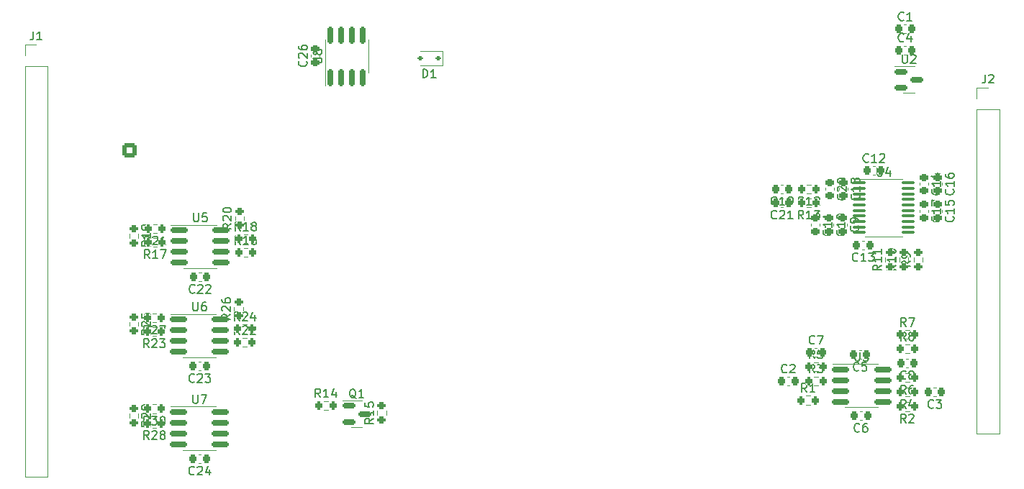
<source format=gbr>
%TF.GenerationSoftware,KiCad,Pcbnew,7.0.2*%
%TF.CreationDate,2024-07-09T13:38:02+01:00*%
%TF.ProjectId,dk2_03_bottom,646b325f-3033-45f6-926f-74746f6d2e6b,rev?*%
%TF.SameCoordinates,Original*%
%TF.FileFunction,Legend,Top*%
%TF.FilePolarity,Positive*%
%FSLAX46Y46*%
G04 Gerber Fmt 4.6, Leading zero omitted, Abs format (unit mm)*
G04 Created by KiCad (PCBNEW 7.0.2) date 2024-07-09 13:38:02*
%MOMM*%
%LPD*%
G01*
G04 APERTURE LIST*
G04 Aperture macros list*
%AMRoundRect*
0 Rectangle with rounded corners*
0 $1 Rounding radius*
0 $2 $3 $4 $5 $6 $7 $8 $9 X,Y pos of 4 corners*
0 Add a 4 corners polygon primitive as box body*
4,1,4,$2,$3,$4,$5,$6,$7,$8,$9,$2,$3,0*
0 Add four circle primitives for the rounded corners*
1,1,$1+$1,$2,$3*
1,1,$1+$1,$4,$5*
1,1,$1+$1,$6,$7*
1,1,$1+$1,$8,$9*
0 Add four rect primitives between the rounded corners*
20,1,$1+$1,$2,$3,$4,$5,0*
20,1,$1+$1,$4,$5,$6,$7,0*
20,1,$1+$1,$6,$7,$8,$9,0*
20,1,$1+$1,$8,$9,$2,$3,0*%
G04 Aperture macros list end*
%ADD10C,0.150000*%
%ADD11C,0.120000*%
%ADD12RoundRect,0.112500X0.187500X0.112500X-0.187500X0.112500X-0.187500X-0.112500X0.187500X-0.112500X0*%
%ADD13RoundRect,0.200000X0.275000X-0.200000X0.275000X0.200000X-0.275000X0.200000X-0.275000X-0.200000X0*%
%ADD14RoundRect,0.200000X-0.200000X-0.275000X0.200000X-0.275000X0.200000X0.275000X-0.200000X0.275000X0*%
%ADD15RoundRect,0.200000X0.200000X0.275000X-0.200000X0.275000X-0.200000X-0.275000X0.200000X-0.275000X0*%
%ADD16RoundRect,0.100000X-0.637500X-0.100000X0.637500X-0.100000X0.637500X0.100000X-0.637500X0.100000X0*%
%ADD17RoundRect,0.150000X0.150000X-0.825000X0.150000X0.825000X-0.150000X0.825000X-0.150000X-0.825000X0*%
%ADD18RoundRect,0.200000X-0.275000X0.200000X-0.275000X-0.200000X0.275000X-0.200000X0.275000X0.200000X0*%
%ADD19RoundRect,0.225000X0.225000X0.250000X-0.225000X0.250000X-0.225000X-0.250000X0.225000X-0.250000X0*%
%ADD20R,1.700000X1.700000*%
%ADD21O,1.700000X1.700000*%
%ADD22RoundRect,0.225000X-0.250000X0.225000X-0.250000X-0.225000X0.250000X-0.225000X0.250000X0.225000X0*%
%ADD23RoundRect,0.150000X-0.825000X-0.150000X0.825000X-0.150000X0.825000X0.150000X-0.825000X0.150000X0*%
%ADD24RoundRect,0.225000X-0.225000X-0.250000X0.225000X-0.250000X0.225000X0.250000X-0.225000X0.250000X0*%
%ADD25RoundRect,0.150000X-0.587500X-0.150000X0.587500X-0.150000X0.587500X0.150000X-0.587500X0.150000X0*%
%ADD26RoundRect,0.225000X0.250000X-0.225000X0.250000X0.225000X-0.250000X0.225000X-0.250000X-0.225000X0*%
%ADD27RoundRect,0.250000X-0.600000X-0.600000X0.600000X-0.600000X0.600000X0.600000X-0.600000X0.600000X0*%
%ADD28C,1.700000*%
%ADD29C,2.600000*%
%ADD30R,1.600000X1.600000*%
%ADD31C,1.600000*%
%ADD32R,2.000000X2.000000*%
%ADD33C,2.000000*%
%ADD34R,3.200000X3.200000*%
%ADD35O,3.200000X3.200000*%
%ADD36O,1.800000X1.800000*%
%ADD37O,1.500000X1.500000*%
G04 APERTURE END LIST*
D10*
%TO.C,D1*%
X129494228Y-58512619D02*
X129494228Y-57512619D01*
X129494228Y-57512619D02*
X129732323Y-57512619D01*
X129732323Y-57512619D02*
X129875180Y-57560238D01*
X129875180Y-57560238D02*
X129970418Y-57655476D01*
X129970418Y-57655476D02*
X130018037Y-57750714D01*
X130018037Y-57750714D02*
X130065656Y-57941190D01*
X130065656Y-57941190D02*
X130065656Y-58084047D01*
X130065656Y-58084047D02*
X130018037Y-58274523D01*
X130018037Y-58274523D02*
X129970418Y-58369761D01*
X129970418Y-58369761D02*
X129875180Y-58465000D01*
X129875180Y-58465000D02*
X129732323Y-58512619D01*
X129732323Y-58512619D02*
X129494228Y-58512619D01*
X131018037Y-58512619D02*
X130446609Y-58512619D01*
X130732323Y-58512619D02*
X130732323Y-57512619D01*
X130732323Y-57512619D02*
X130637085Y-57655476D01*
X130637085Y-57655476D02*
X130541847Y-57750714D01*
X130541847Y-57750714D02*
X130446609Y-57798333D01*
%TO.C,R11*%
X183465119Y-80587857D02*
X182988928Y-80921190D01*
X183465119Y-81159285D02*
X182465119Y-81159285D01*
X182465119Y-81159285D02*
X182465119Y-80778333D01*
X182465119Y-80778333D02*
X182512738Y-80683095D01*
X182512738Y-80683095D02*
X182560357Y-80635476D01*
X182560357Y-80635476D02*
X182655595Y-80587857D01*
X182655595Y-80587857D02*
X182798452Y-80587857D01*
X182798452Y-80587857D02*
X182893690Y-80635476D01*
X182893690Y-80635476D02*
X182941309Y-80683095D01*
X182941309Y-80683095D02*
X182988928Y-80778333D01*
X182988928Y-80778333D02*
X182988928Y-81159285D01*
X183465119Y-79635476D02*
X183465119Y-80206904D01*
X183465119Y-79921190D02*
X182465119Y-79921190D01*
X182465119Y-79921190D02*
X182607976Y-80016428D01*
X182607976Y-80016428D02*
X182703214Y-80111666D01*
X182703214Y-80111666D02*
X182750833Y-80206904D01*
X183465119Y-78683095D02*
X183465119Y-79254523D01*
X183465119Y-78968809D02*
X182465119Y-78968809D01*
X182465119Y-78968809D02*
X182607976Y-79064047D01*
X182607976Y-79064047D02*
X182703214Y-79159285D01*
X182703214Y-79159285D02*
X182750833Y-79254523D01*
%TO.C,R8*%
X186318333Y-89467619D02*
X185985000Y-88991428D01*
X185746905Y-89467619D02*
X185746905Y-88467619D01*
X185746905Y-88467619D02*
X186127857Y-88467619D01*
X186127857Y-88467619D02*
X186223095Y-88515238D01*
X186223095Y-88515238D02*
X186270714Y-88562857D01*
X186270714Y-88562857D02*
X186318333Y-88658095D01*
X186318333Y-88658095D02*
X186318333Y-88800952D01*
X186318333Y-88800952D02*
X186270714Y-88896190D01*
X186270714Y-88896190D02*
X186223095Y-88943809D01*
X186223095Y-88943809D02*
X186127857Y-88991428D01*
X186127857Y-88991428D02*
X185746905Y-88991428D01*
X186889762Y-88896190D02*
X186794524Y-88848571D01*
X186794524Y-88848571D02*
X186746905Y-88800952D01*
X186746905Y-88800952D02*
X186699286Y-88705714D01*
X186699286Y-88705714D02*
X186699286Y-88658095D01*
X186699286Y-88658095D02*
X186746905Y-88562857D01*
X186746905Y-88562857D02*
X186794524Y-88515238D01*
X186794524Y-88515238D02*
X186889762Y-88467619D01*
X186889762Y-88467619D02*
X187080238Y-88467619D01*
X187080238Y-88467619D02*
X187175476Y-88515238D01*
X187175476Y-88515238D02*
X187223095Y-88562857D01*
X187223095Y-88562857D02*
X187270714Y-88658095D01*
X187270714Y-88658095D02*
X187270714Y-88705714D01*
X187270714Y-88705714D02*
X187223095Y-88800952D01*
X187223095Y-88800952D02*
X187175476Y-88848571D01*
X187175476Y-88848571D02*
X187080238Y-88896190D01*
X187080238Y-88896190D02*
X186889762Y-88896190D01*
X186889762Y-88896190D02*
X186794524Y-88943809D01*
X186794524Y-88943809D02*
X186746905Y-88991428D01*
X186746905Y-88991428D02*
X186699286Y-89086666D01*
X186699286Y-89086666D02*
X186699286Y-89277142D01*
X186699286Y-89277142D02*
X186746905Y-89372380D01*
X186746905Y-89372380D02*
X186794524Y-89420000D01*
X186794524Y-89420000D02*
X186889762Y-89467619D01*
X186889762Y-89467619D02*
X187080238Y-89467619D01*
X187080238Y-89467619D02*
X187175476Y-89420000D01*
X187175476Y-89420000D02*
X187223095Y-89372380D01*
X187223095Y-89372380D02*
X187270714Y-89277142D01*
X187270714Y-89277142D02*
X187270714Y-89086666D01*
X187270714Y-89086666D02*
X187223095Y-88991428D01*
X187223095Y-88991428D02*
X187175476Y-88943809D01*
X187175476Y-88943809D02*
X187080238Y-88896190D01*
%TO.C,R2*%
X186318333Y-99127619D02*
X185985000Y-98651428D01*
X185746905Y-99127619D02*
X185746905Y-98127619D01*
X185746905Y-98127619D02*
X186127857Y-98127619D01*
X186127857Y-98127619D02*
X186223095Y-98175238D01*
X186223095Y-98175238D02*
X186270714Y-98222857D01*
X186270714Y-98222857D02*
X186318333Y-98318095D01*
X186318333Y-98318095D02*
X186318333Y-98460952D01*
X186318333Y-98460952D02*
X186270714Y-98556190D01*
X186270714Y-98556190D02*
X186223095Y-98603809D01*
X186223095Y-98603809D02*
X186127857Y-98651428D01*
X186127857Y-98651428D02*
X185746905Y-98651428D01*
X186699286Y-98222857D02*
X186746905Y-98175238D01*
X186746905Y-98175238D02*
X186842143Y-98127619D01*
X186842143Y-98127619D02*
X187080238Y-98127619D01*
X187080238Y-98127619D02*
X187175476Y-98175238D01*
X187175476Y-98175238D02*
X187223095Y-98222857D01*
X187223095Y-98222857D02*
X187270714Y-98318095D01*
X187270714Y-98318095D02*
X187270714Y-98413333D01*
X187270714Y-98413333D02*
X187223095Y-98556190D01*
X187223095Y-98556190D02*
X186651667Y-99127619D01*
X186651667Y-99127619D02*
X187270714Y-99127619D01*
%TO.C,U4*%
X182958095Y-69082619D02*
X182958095Y-69892142D01*
X182958095Y-69892142D02*
X183005714Y-69987380D01*
X183005714Y-69987380D02*
X183053333Y-70035000D01*
X183053333Y-70035000D02*
X183148571Y-70082619D01*
X183148571Y-70082619D02*
X183339047Y-70082619D01*
X183339047Y-70082619D02*
X183434285Y-70035000D01*
X183434285Y-70035000D02*
X183481904Y-69987380D01*
X183481904Y-69987380D02*
X183529523Y-69892142D01*
X183529523Y-69892142D02*
X183529523Y-69082619D01*
X184434285Y-69415952D02*
X184434285Y-70082619D01*
X184196190Y-69035000D02*
X183958095Y-69749285D01*
X183958095Y-69749285D02*
X184577142Y-69749285D01*
%TO.C,U8*%
X116594942Y-56761904D02*
X117404465Y-56761904D01*
X117404465Y-56761904D02*
X117499703Y-56714285D01*
X117499703Y-56714285D02*
X117547323Y-56666666D01*
X117547323Y-56666666D02*
X117594942Y-56571428D01*
X117594942Y-56571428D02*
X117594942Y-56380952D01*
X117594942Y-56380952D02*
X117547323Y-56285714D01*
X117547323Y-56285714D02*
X117499703Y-56238095D01*
X117499703Y-56238095D02*
X117404465Y-56190476D01*
X117404465Y-56190476D02*
X116594942Y-56190476D01*
X117023513Y-55571428D02*
X116975894Y-55666666D01*
X116975894Y-55666666D02*
X116928275Y-55714285D01*
X116928275Y-55714285D02*
X116833037Y-55761904D01*
X116833037Y-55761904D02*
X116785418Y-55761904D01*
X116785418Y-55761904D02*
X116690180Y-55714285D01*
X116690180Y-55714285D02*
X116642561Y-55666666D01*
X116642561Y-55666666D02*
X116594942Y-55571428D01*
X116594942Y-55571428D02*
X116594942Y-55380952D01*
X116594942Y-55380952D02*
X116642561Y-55285714D01*
X116642561Y-55285714D02*
X116690180Y-55238095D01*
X116690180Y-55238095D02*
X116785418Y-55190476D01*
X116785418Y-55190476D02*
X116833037Y-55190476D01*
X116833037Y-55190476D02*
X116928275Y-55238095D01*
X116928275Y-55238095D02*
X116975894Y-55285714D01*
X116975894Y-55285714D02*
X117023513Y-55380952D01*
X117023513Y-55380952D02*
X117023513Y-55571428D01*
X117023513Y-55571428D02*
X117071132Y-55666666D01*
X117071132Y-55666666D02*
X117118751Y-55714285D01*
X117118751Y-55714285D02*
X117213989Y-55761904D01*
X117213989Y-55761904D02*
X117404465Y-55761904D01*
X117404465Y-55761904D02*
X117499703Y-55714285D01*
X117499703Y-55714285D02*
X117547323Y-55666666D01*
X117547323Y-55666666D02*
X117594942Y-55571428D01*
X117594942Y-55571428D02*
X117594942Y-55380952D01*
X117594942Y-55380952D02*
X117547323Y-55285714D01*
X117547323Y-55285714D02*
X117499703Y-55238095D01*
X117499703Y-55238095D02*
X117404465Y-55190476D01*
X117404465Y-55190476D02*
X117213989Y-55190476D01*
X117213989Y-55190476D02*
X117118751Y-55238095D01*
X117118751Y-55238095D02*
X117071132Y-55285714D01*
X117071132Y-55285714D02*
X117023513Y-55380952D01*
%TO.C,R14*%
X117432142Y-96142619D02*
X117098809Y-95666428D01*
X116860714Y-96142619D02*
X116860714Y-95142619D01*
X116860714Y-95142619D02*
X117241666Y-95142619D01*
X117241666Y-95142619D02*
X117336904Y-95190238D01*
X117336904Y-95190238D02*
X117384523Y-95237857D01*
X117384523Y-95237857D02*
X117432142Y-95333095D01*
X117432142Y-95333095D02*
X117432142Y-95475952D01*
X117432142Y-95475952D02*
X117384523Y-95571190D01*
X117384523Y-95571190D02*
X117336904Y-95618809D01*
X117336904Y-95618809D02*
X117241666Y-95666428D01*
X117241666Y-95666428D02*
X116860714Y-95666428D01*
X118384523Y-96142619D02*
X117813095Y-96142619D01*
X118098809Y-96142619D02*
X118098809Y-95142619D01*
X118098809Y-95142619D02*
X118003571Y-95285476D01*
X118003571Y-95285476D02*
X117908333Y-95380714D01*
X117908333Y-95380714D02*
X117813095Y-95428333D01*
X119241666Y-95475952D02*
X119241666Y-96142619D01*
X119003571Y-95095000D02*
X118765476Y-95809285D01*
X118765476Y-95809285D02*
X119384523Y-95809285D01*
%TO.C,R10*%
X185115119Y-80587857D02*
X184638928Y-80921190D01*
X185115119Y-81159285D02*
X184115119Y-81159285D01*
X184115119Y-81159285D02*
X184115119Y-80778333D01*
X184115119Y-80778333D02*
X184162738Y-80683095D01*
X184162738Y-80683095D02*
X184210357Y-80635476D01*
X184210357Y-80635476D02*
X184305595Y-80587857D01*
X184305595Y-80587857D02*
X184448452Y-80587857D01*
X184448452Y-80587857D02*
X184543690Y-80635476D01*
X184543690Y-80635476D02*
X184591309Y-80683095D01*
X184591309Y-80683095D02*
X184638928Y-80778333D01*
X184638928Y-80778333D02*
X184638928Y-81159285D01*
X185115119Y-79635476D02*
X185115119Y-80206904D01*
X185115119Y-79921190D02*
X184115119Y-79921190D01*
X184115119Y-79921190D02*
X184257976Y-80016428D01*
X184257976Y-80016428D02*
X184353214Y-80111666D01*
X184353214Y-80111666D02*
X184400833Y-80206904D01*
X184115119Y-79016428D02*
X184115119Y-78921190D01*
X184115119Y-78921190D02*
X184162738Y-78825952D01*
X184162738Y-78825952D02*
X184210357Y-78778333D01*
X184210357Y-78778333D02*
X184305595Y-78730714D01*
X184305595Y-78730714D02*
X184496071Y-78683095D01*
X184496071Y-78683095D02*
X184734166Y-78683095D01*
X184734166Y-78683095D02*
X184924642Y-78730714D01*
X184924642Y-78730714D02*
X185019880Y-78778333D01*
X185019880Y-78778333D02*
X185067500Y-78825952D01*
X185067500Y-78825952D02*
X185115119Y-78921190D01*
X185115119Y-78921190D02*
X185115119Y-79016428D01*
X185115119Y-79016428D02*
X185067500Y-79111666D01*
X185067500Y-79111666D02*
X185019880Y-79159285D01*
X185019880Y-79159285D02*
X184924642Y-79206904D01*
X184924642Y-79206904D02*
X184734166Y-79254523D01*
X184734166Y-79254523D02*
X184496071Y-79254523D01*
X184496071Y-79254523D02*
X184305595Y-79206904D01*
X184305595Y-79206904D02*
X184210357Y-79159285D01*
X184210357Y-79159285D02*
X184162738Y-79111666D01*
X184162738Y-79111666D02*
X184115119Y-79016428D01*
%TO.C,R19*%
X97407619Y-77762857D02*
X96931428Y-78096190D01*
X97407619Y-78334285D02*
X96407619Y-78334285D01*
X96407619Y-78334285D02*
X96407619Y-77953333D01*
X96407619Y-77953333D02*
X96455238Y-77858095D01*
X96455238Y-77858095D02*
X96502857Y-77810476D01*
X96502857Y-77810476D02*
X96598095Y-77762857D01*
X96598095Y-77762857D02*
X96740952Y-77762857D01*
X96740952Y-77762857D02*
X96836190Y-77810476D01*
X96836190Y-77810476D02*
X96883809Y-77858095D01*
X96883809Y-77858095D02*
X96931428Y-77953333D01*
X96931428Y-77953333D02*
X96931428Y-78334285D01*
X97407619Y-76810476D02*
X97407619Y-77381904D01*
X97407619Y-77096190D02*
X96407619Y-77096190D01*
X96407619Y-77096190D02*
X96550476Y-77191428D01*
X96550476Y-77191428D02*
X96645714Y-77286666D01*
X96645714Y-77286666D02*
X96693333Y-77381904D01*
X97407619Y-76334285D02*
X97407619Y-76143809D01*
X97407619Y-76143809D02*
X97360000Y-76048571D01*
X97360000Y-76048571D02*
X97312380Y-76000952D01*
X97312380Y-76000952D02*
X97169523Y-75905714D01*
X97169523Y-75905714D02*
X96979047Y-75858095D01*
X96979047Y-75858095D02*
X96598095Y-75858095D01*
X96598095Y-75858095D02*
X96502857Y-75905714D01*
X96502857Y-75905714D02*
X96455238Y-75953333D01*
X96455238Y-75953333D02*
X96407619Y-76048571D01*
X96407619Y-76048571D02*
X96407619Y-76239047D01*
X96407619Y-76239047D02*
X96455238Y-76334285D01*
X96455238Y-76334285D02*
X96502857Y-76381904D01*
X96502857Y-76381904D02*
X96598095Y-76429523D01*
X96598095Y-76429523D02*
X96836190Y-76429523D01*
X96836190Y-76429523D02*
X96931428Y-76381904D01*
X96931428Y-76381904D02*
X96979047Y-76334285D01*
X96979047Y-76334285D02*
X97026666Y-76239047D01*
X97026666Y-76239047D02*
X97026666Y-76048571D01*
X97026666Y-76048571D02*
X96979047Y-75953333D01*
X96979047Y-75953333D02*
X96931428Y-75905714D01*
X96931428Y-75905714D02*
X96836190Y-75858095D01*
%TO.C,C3*%
X189568333Y-97332380D02*
X189520714Y-97380000D01*
X189520714Y-97380000D02*
X189377857Y-97427619D01*
X189377857Y-97427619D02*
X189282619Y-97427619D01*
X189282619Y-97427619D02*
X189139762Y-97380000D01*
X189139762Y-97380000D02*
X189044524Y-97284761D01*
X189044524Y-97284761D02*
X188996905Y-97189523D01*
X188996905Y-97189523D02*
X188949286Y-96999047D01*
X188949286Y-96999047D02*
X188949286Y-96856190D01*
X188949286Y-96856190D02*
X188996905Y-96665714D01*
X188996905Y-96665714D02*
X189044524Y-96570476D01*
X189044524Y-96570476D02*
X189139762Y-96475238D01*
X189139762Y-96475238D02*
X189282619Y-96427619D01*
X189282619Y-96427619D02*
X189377857Y-96427619D01*
X189377857Y-96427619D02*
X189520714Y-96475238D01*
X189520714Y-96475238D02*
X189568333Y-96522857D01*
X189901667Y-96427619D02*
X190520714Y-96427619D01*
X190520714Y-96427619D02*
X190187381Y-96808571D01*
X190187381Y-96808571D02*
X190330238Y-96808571D01*
X190330238Y-96808571D02*
X190425476Y-96856190D01*
X190425476Y-96856190D02*
X190473095Y-96903809D01*
X190473095Y-96903809D02*
X190520714Y-96999047D01*
X190520714Y-96999047D02*
X190520714Y-97237142D01*
X190520714Y-97237142D02*
X190473095Y-97332380D01*
X190473095Y-97332380D02*
X190425476Y-97380000D01*
X190425476Y-97380000D02*
X190330238Y-97427619D01*
X190330238Y-97427619D02*
X190044524Y-97427619D01*
X190044524Y-97427619D02*
X189949286Y-97380000D01*
X189949286Y-97380000D02*
X189901667Y-97332380D01*
%TO.C,J1*%
X83666666Y-53052619D02*
X83666666Y-53766904D01*
X83666666Y-53766904D02*
X83619047Y-53909761D01*
X83619047Y-53909761D02*
X83523809Y-54005000D01*
X83523809Y-54005000D02*
X83380952Y-54052619D01*
X83380952Y-54052619D02*
X83285714Y-54052619D01*
X84666666Y-54052619D02*
X84095238Y-54052619D01*
X84380952Y-54052619D02*
X84380952Y-53052619D01*
X84380952Y-53052619D02*
X84285714Y-53195476D01*
X84285714Y-53195476D02*
X84190476Y-53290714D01*
X84190476Y-53290714D02*
X84095238Y-53338333D01*
%TO.C,C20*%
X179179880Y-72262857D02*
X179227500Y-72310476D01*
X179227500Y-72310476D02*
X179275119Y-72453333D01*
X179275119Y-72453333D02*
X179275119Y-72548571D01*
X179275119Y-72548571D02*
X179227500Y-72691428D01*
X179227500Y-72691428D02*
X179132261Y-72786666D01*
X179132261Y-72786666D02*
X179037023Y-72834285D01*
X179037023Y-72834285D02*
X178846547Y-72881904D01*
X178846547Y-72881904D02*
X178703690Y-72881904D01*
X178703690Y-72881904D02*
X178513214Y-72834285D01*
X178513214Y-72834285D02*
X178417976Y-72786666D01*
X178417976Y-72786666D02*
X178322738Y-72691428D01*
X178322738Y-72691428D02*
X178275119Y-72548571D01*
X178275119Y-72548571D02*
X178275119Y-72453333D01*
X178275119Y-72453333D02*
X178322738Y-72310476D01*
X178322738Y-72310476D02*
X178370357Y-72262857D01*
X178370357Y-71881904D02*
X178322738Y-71834285D01*
X178322738Y-71834285D02*
X178275119Y-71739047D01*
X178275119Y-71739047D02*
X178275119Y-71500952D01*
X178275119Y-71500952D02*
X178322738Y-71405714D01*
X178322738Y-71405714D02*
X178370357Y-71358095D01*
X178370357Y-71358095D02*
X178465595Y-71310476D01*
X178465595Y-71310476D02*
X178560833Y-71310476D01*
X178560833Y-71310476D02*
X178703690Y-71358095D01*
X178703690Y-71358095D02*
X179275119Y-71929523D01*
X179275119Y-71929523D02*
X179275119Y-71310476D01*
X178275119Y-70691428D02*
X178275119Y-70596190D01*
X178275119Y-70596190D02*
X178322738Y-70500952D01*
X178322738Y-70500952D02*
X178370357Y-70453333D01*
X178370357Y-70453333D02*
X178465595Y-70405714D01*
X178465595Y-70405714D02*
X178656071Y-70358095D01*
X178656071Y-70358095D02*
X178894166Y-70358095D01*
X178894166Y-70358095D02*
X179084642Y-70405714D01*
X179084642Y-70405714D02*
X179179880Y-70453333D01*
X179179880Y-70453333D02*
X179227500Y-70500952D01*
X179227500Y-70500952D02*
X179275119Y-70596190D01*
X179275119Y-70596190D02*
X179275119Y-70691428D01*
X179275119Y-70691428D02*
X179227500Y-70786666D01*
X179227500Y-70786666D02*
X179179880Y-70834285D01*
X179179880Y-70834285D02*
X179084642Y-70881904D01*
X179084642Y-70881904D02*
X178894166Y-70929523D01*
X178894166Y-70929523D02*
X178656071Y-70929523D01*
X178656071Y-70929523D02*
X178465595Y-70881904D01*
X178465595Y-70881904D02*
X178370357Y-70834285D01*
X178370357Y-70834285D02*
X178322738Y-70786666D01*
X178322738Y-70786666D02*
X178275119Y-70691428D01*
%TO.C,C16*%
X191879880Y-71662857D02*
X191927500Y-71710476D01*
X191927500Y-71710476D02*
X191975119Y-71853333D01*
X191975119Y-71853333D02*
X191975119Y-71948571D01*
X191975119Y-71948571D02*
X191927500Y-72091428D01*
X191927500Y-72091428D02*
X191832261Y-72186666D01*
X191832261Y-72186666D02*
X191737023Y-72234285D01*
X191737023Y-72234285D02*
X191546547Y-72281904D01*
X191546547Y-72281904D02*
X191403690Y-72281904D01*
X191403690Y-72281904D02*
X191213214Y-72234285D01*
X191213214Y-72234285D02*
X191117976Y-72186666D01*
X191117976Y-72186666D02*
X191022738Y-72091428D01*
X191022738Y-72091428D02*
X190975119Y-71948571D01*
X190975119Y-71948571D02*
X190975119Y-71853333D01*
X190975119Y-71853333D02*
X191022738Y-71710476D01*
X191022738Y-71710476D02*
X191070357Y-71662857D01*
X191975119Y-70710476D02*
X191975119Y-71281904D01*
X191975119Y-70996190D02*
X190975119Y-70996190D01*
X190975119Y-70996190D02*
X191117976Y-71091428D01*
X191117976Y-71091428D02*
X191213214Y-71186666D01*
X191213214Y-71186666D02*
X191260833Y-71281904D01*
X190975119Y-69853333D02*
X190975119Y-70043809D01*
X190975119Y-70043809D02*
X191022738Y-70139047D01*
X191022738Y-70139047D02*
X191070357Y-70186666D01*
X191070357Y-70186666D02*
X191213214Y-70281904D01*
X191213214Y-70281904D02*
X191403690Y-70329523D01*
X191403690Y-70329523D02*
X191784642Y-70329523D01*
X191784642Y-70329523D02*
X191879880Y-70281904D01*
X191879880Y-70281904D02*
X191927500Y-70234285D01*
X191927500Y-70234285D02*
X191975119Y-70139047D01*
X191975119Y-70139047D02*
X191975119Y-69948571D01*
X191975119Y-69948571D02*
X191927500Y-69853333D01*
X191927500Y-69853333D02*
X191879880Y-69805714D01*
X191879880Y-69805714D02*
X191784642Y-69758095D01*
X191784642Y-69758095D02*
X191546547Y-69758095D01*
X191546547Y-69758095D02*
X191451309Y-69805714D01*
X191451309Y-69805714D02*
X191403690Y-69853333D01*
X191403690Y-69853333D02*
X191356071Y-69948571D01*
X191356071Y-69948571D02*
X191356071Y-70139047D01*
X191356071Y-70139047D02*
X191403690Y-70234285D01*
X191403690Y-70234285D02*
X191451309Y-70281904D01*
X191451309Y-70281904D02*
X191546547Y-70329523D01*
%TO.C,U3*%
X180348095Y-90832619D02*
X180348095Y-91642142D01*
X180348095Y-91642142D02*
X180395714Y-91737380D01*
X180395714Y-91737380D02*
X180443333Y-91785000D01*
X180443333Y-91785000D02*
X180538571Y-91832619D01*
X180538571Y-91832619D02*
X180729047Y-91832619D01*
X180729047Y-91832619D02*
X180824285Y-91785000D01*
X180824285Y-91785000D02*
X180871904Y-91737380D01*
X180871904Y-91737380D02*
X180919523Y-91642142D01*
X180919523Y-91642142D02*
X180919523Y-90832619D01*
X181300476Y-90832619D02*
X181919523Y-90832619D01*
X181919523Y-90832619D02*
X181586190Y-91213571D01*
X181586190Y-91213571D02*
X181729047Y-91213571D01*
X181729047Y-91213571D02*
X181824285Y-91261190D01*
X181824285Y-91261190D02*
X181871904Y-91308809D01*
X181871904Y-91308809D02*
X181919523Y-91404047D01*
X181919523Y-91404047D02*
X181919523Y-91642142D01*
X181919523Y-91642142D02*
X181871904Y-91737380D01*
X181871904Y-91737380D02*
X181824285Y-91785000D01*
X181824285Y-91785000D02*
X181729047Y-91832619D01*
X181729047Y-91832619D02*
X181443333Y-91832619D01*
X181443333Y-91832619D02*
X181348095Y-91785000D01*
X181348095Y-91785000D02*
X181300476Y-91737380D01*
%TO.C,C2*%
X172318333Y-93172380D02*
X172270714Y-93220000D01*
X172270714Y-93220000D02*
X172127857Y-93267619D01*
X172127857Y-93267619D02*
X172032619Y-93267619D01*
X172032619Y-93267619D02*
X171889762Y-93220000D01*
X171889762Y-93220000D02*
X171794524Y-93124761D01*
X171794524Y-93124761D02*
X171746905Y-93029523D01*
X171746905Y-93029523D02*
X171699286Y-92839047D01*
X171699286Y-92839047D02*
X171699286Y-92696190D01*
X171699286Y-92696190D02*
X171746905Y-92505714D01*
X171746905Y-92505714D02*
X171794524Y-92410476D01*
X171794524Y-92410476D02*
X171889762Y-92315238D01*
X171889762Y-92315238D02*
X172032619Y-92267619D01*
X172032619Y-92267619D02*
X172127857Y-92267619D01*
X172127857Y-92267619D02*
X172270714Y-92315238D01*
X172270714Y-92315238D02*
X172318333Y-92362857D01*
X172699286Y-92362857D02*
X172746905Y-92315238D01*
X172746905Y-92315238D02*
X172842143Y-92267619D01*
X172842143Y-92267619D02*
X173080238Y-92267619D01*
X173080238Y-92267619D02*
X173175476Y-92315238D01*
X173175476Y-92315238D02*
X173223095Y-92362857D01*
X173223095Y-92362857D02*
X173270714Y-92458095D01*
X173270714Y-92458095D02*
X173270714Y-92553333D01*
X173270714Y-92553333D02*
X173223095Y-92696190D01*
X173223095Y-92696190D02*
X172651667Y-93267619D01*
X172651667Y-93267619D02*
X173270714Y-93267619D01*
%TO.C,C11*%
X177479880Y-76462857D02*
X177527500Y-76510476D01*
X177527500Y-76510476D02*
X177575119Y-76653333D01*
X177575119Y-76653333D02*
X177575119Y-76748571D01*
X177575119Y-76748571D02*
X177527500Y-76891428D01*
X177527500Y-76891428D02*
X177432261Y-76986666D01*
X177432261Y-76986666D02*
X177337023Y-77034285D01*
X177337023Y-77034285D02*
X177146547Y-77081904D01*
X177146547Y-77081904D02*
X177003690Y-77081904D01*
X177003690Y-77081904D02*
X176813214Y-77034285D01*
X176813214Y-77034285D02*
X176717976Y-76986666D01*
X176717976Y-76986666D02*
X176622738Y-76891428D01*
X176622738Y-76891428D02*
X176575119Y-76748571D01*
X176575119Y-76748571D02*
X176575119Y-76653333D01*
X176575119Y-76653333D02*
X176622738Y-76510476D01*
X176622738Y-76510476D02*
X176670357Y-76462857D01*
X177575119Y-75510476D02*
X177575119Y-76081904D01*
X177575119Y-75796190D02*
X176575119Y-75796190D01*
X176575119Y-75796190D02*
X176717976Y-75891428D01*
X176717976Y-75891428D02*
X176813214Y-75986666D01*
X176813214Y-75986666D02*
X176860833Y-76081904D01*
X177575119Y-74558095D02*
X177575119Y-75129523D01*
X177575119Y-74843809D02*
X176575119Y-74843809D01*
X176575119Y-74843809D02*
X176717976Y-74939047D01*
X176717976Y-74939047D02*
X176813214Y-75034285D01*
X176813214Y-75034285D02*
X176860833Y-75129523D01*
%TO.C,R3*%
X175568333Y-93267619D02*
X175235000Y-92791428D01*
X174996905Y-93267619D02*
X174996905Y-92267619D01*
X174996905Y-92267619D02*
X175377857Y-92267619D01*
X175377857Y-92267619D02*
X175473095Y-92315238D01*
X175473095Y-92315238D02*
X175520714Y-92362857D01*
X175520714Y-92362857D02*
X175568333Y-92458095D01*
X175568333Y-92458095D02*
X175568333Y-92600952D01*
X175568333Y-92600952D02*
X175520714Y-92696190D01*
X175520714Y-92696190D02*
X175473095Y-92743809D01*
X175473095Y-92743809D02*
X175377857Y-92791428D01*
X175377857Y-92791428D02*
X174996905Y-92791428D01*
X175901667Y-92267619D02*
X176520714Y-92267619D01*
X176520714Y-92267619D02*
X176187381Y-92648571D01*
X176187381Y-92648571D02*
X176330238Y-92648571D01*
X176330238Y-92648571D02*
X176425476Y-92696190D01*
X176425476Y-92696190D02*
X176473095Y-92743809D01*
X176473095Y-92743809D02*
X176520714Y-92839047D01*
X176520714Y-92839047D02*
X176520714Y-93077142D01*
X176520714Y-93077142D02*
X176473095Y-93172380D01*
X176473095Y-93172380D02*
X176425476Y-93220000D01*
X176425476Y-93220000D02*
X176330238Y-93267619D01*
X176330238Y-93267619D02*
X176044524Y-93267619D01*
X176044524Y-93267619D02*
X175949286Y-93220000D01*
X175949286Y-93220000D02*
X175901667Y-93172380D01*
%TO.C,R20*%
X106947619Y-75712857D02*
X106471428Y-76046190D01*
X106947619Y-76284285D02*
X105947619Y-76284285D01*
X105947619Y-76284285D02*
X105947619Y-75903333D01*
X105947619Y-75903333D02*
X105995238Y-75808095D01*
X105995238Y-75808095D02*
X106042857Y-75760476D01*
X106042857Y-75760476D02*
X106138095Y-75712857D01*
X106138095Y-75712857D02*
X106280952Y-75712857D01*
X106280952Y-75712857D02*
X106376190Y-75760476D01*
X106376190Y-75760476D02*
X106423809Y-75808095D01*
X106423809Y-75808095D02*
X106471428Y-75903333D01*
X106471428Y-75903333D02*
X106471428Y-76284285D01*
X106042857Y-75331904D02*
X105995238Y-75284285D01*
X105995238Y-75284285D02*
X105947619Y-75189047D01*
X105947619Y-75189047D02*
X105947619Y-74950952D01*
X105947619Y-74950952D02*
X105995238Y-74855714D01*
X105995238Y-74855714D02*
X106042857Y-74808095D01*
X106042857Y-74808095D02*
X106138095Y-74760476D01*
X106138095Y-74760476D02*
X106233333Y-74760476D01*
X106233333Y-74760476D02*
X106376190Y-74808095D01*
X106376190Y-74808095D02*
X106947619Y-75379523D01*
X106947619Y-75379523D02*
X106947619Y-74760476D01*
X105947619Y-74141428D02*
X105947619Y-74046190D01*
X105947619Y-74046190D02*
X105995238Y-73950952D01*
X105995238Y-73950952D02*
X106042857Y-73903333D01*
X106042857Y-73903333D02*
X106138095Y-73855714D01*
X106138095Y-73855714D02*
X106328571Y-73808095D01*
X106328571Y-73808095D02*
X106566666Y-73808095D01*
X106566666Y-73808095D02*
X106757142Y-73855714D01*
X106757142Y-73855714D02*
X106852380Y-73903333D01*
X106852380Y-73903333D02*
X106900000Y-73950952D01*
X106900000Y-73950952D02*
X106947619Y-74046190D01*
X106947619Y-74046190D02*
X106947619Y-74141428D01*
X106947619Y-74141428D02*
X106900000Y-74236666D01*
X106900000Y-74236666D02*
X106852380Y-74284285D01*
X106852380Y-74284285D02*
X106757142Y-74331904D01*
X106757142Y-74331904D02*
X106566666Y-74379523D01*
X106566666Y-74379523D02*
X106328571Y-74379523D01*
X106328571Y-74379523D02*
X106138095Y-74331904D01*
X106138095Y-74331904D02*
X106042857Y-74284285D01*
X106042857Y-74284285D02*
X105995238Y-74236666D01*
X105995238Y-74236666D02*
X105947619Y-74141428D01*
%TO.C,C14*%
X190279880Y-71662857D02*
X190327500Y-71710476D01*
X190327500Y-71710476D02*
X190375119Y-71853333D01*
X190375119Y-71853333D02*
X190375119Y-71948571D01*
X190375119Y-71948571D02*
X190327500Y-72091428D01*
X190327500Y-72091428D02*
X190232261Y-72186666D01*
X190232261Y-72186666D02*
X190137023Y-72234285D01*
X190137023Y-72234285D02*
X189946547Y-72281904D01*
X189946547Y-72281904D02*
X189803690Y-72281904D01*
X189803690Y-72281904D02*
X189613214Y-72234285D01*
X189613214Y-72234285D02*
X189517976Y-72186666D01*
X189517976Y-72186666D02*
X189422738Y-72091428D01*
X189422738Y-72091428D02*
X189375119Y-71948571D01*
X189375119Y-71948571D02*
X189375119Y-71853333D01*
X189375119Y-71853333D02*
X189422738Y-71710476D01*
X189422738Y-71710476D02*
X189470357Y-71662857D01*
X190375119Y-70710476D02*
X190375119Y-71281904D01*
X190375119Y-70996190D02*
X189375119Y-70996190D01*
X189375119Y-70996190D02*
X189517976Y-71091428D01*
X189517976Y-71091428D02*
X189613214Y-71186666D01*
X189613214Y-71186666D02*
X189660833Y-71281904D01*
X189708452Y-69853333D02*
X190375119Y-69853333D01*
X189327500Y-70091428D02*
X190041785Y-70329523D01*
X190041785Y-70329523D02*
X190041785Y-69710476D01*
%TO.C,U2*%
X185908095Y-55812619D02*
X185908095Y-56622142D01*
X185908095Y-56622142D02*
X185955714Y-56717380D01*
X185955714Y-56717380D02*
X186003333Y-56765000D01*
X186003333Y-56765000D02*
X186098571Y-56812619D01*
X186098571Y-56812619D02*
X186289047Y-56812619D01*
X186289047Y-56812619D02*
X186384285Y-56765000D01*
X186384285Y-56765000D02*
X186431904Y-56717380D01*
X186431904Y-56717380D02*
X186479523Y-56622142D01*
X186479523Y-56622142D02*
X186479523Y-55812619D01*
X186908095Y-55907857D02*
X186955714Y-55860238D01*
X186955714Y-55860238D02*
X187050952Y-55812619D01*
X187050952Y-55812619D02*
X187289047Y-55812619D01*
X187289047Y-55812619D02*
X187384285Y-55860238D01*
X187384285Y-55860238D02*
X187431904Y-55907857D01*
X187431904Y-55907857D02*
X187479523Y-56003095D01*
X187479523Y-56003095D02*
X187479523Y-56098333D01*
X187479523Y-56098333D02*
X187431904Y-56241190D01*
X187431904Y-56241190D02*
X186860476Y-56812619D01*
X186860476Y-56812619D02*
X187479523Y-56812619D01*
%TO.C,C1*%
X186063333Y-51697380D02*
X186015714Y-51745000D01*
X186015714Y-51745000D02*
X185872857Y-51792619D01*
X185872857Y-51792619D02*
X185777619Y-51792619D01*
X185777619Y-51792619D02*
X185634762Y-51745000D01*
X185634762Y-51745000D02*
X185539524Y-51649761D01*
X185539524Y-51649761D02*
X185491905Y-51554523D01*
X185491905Y-51554523D02*
X185444286Y-51364047D01*
X185444286Y-51364047D02*
X185444286Y-51221190D01*
X185444286Y-51221190D02*
X185491905Y-51030714D01*
X185491905Y-51030714D02*
X185539524Y-50935476D01*
X185539524Y-50935476D02*
X185634762Y-50840238D01*
X185634762Y-50840238D02*
X185777619Y-50792619D01*
X185777619Y-50792619D02*
X185872857Y-50792619D01*
X185872857Y-50792619D02*
X186015714Y-50840238D01*
X186015714Y-50840238D02*
X186063333Y-50887857D01*
X187015714Y-51792619D02*
X186444286Y-51792619D01*
X186730000Y-51792619D02*
X186730000Y-50792619D01*
X186730000Y-50792619D02*
X186634762Y-50935476D01*
X186634762Y-50935476D02*
X186539524Y-51030714D01*
X186539524Y-51030714D02*
X186444286Y-51078333D01*
%TO.C,R13*%
X174264642Y-75137619D02*
X173931309Y-74661428D01*
X173693214Y-75137619D02*
X173693214Y-74137619D01*
X173693214Y-74137619D02*
X174074166Y-74137619D01*
X174074166Y-74137619D02*
X174169404Y-74185238D01*
X174169404Y-74185238D02*
X174217023Y-74232857D01*
X174217023Y-74232857D02*
X174264642Y-74328095D01*
X174264642Y-74328095D02*
X174264642Y-74470952D01*
X174264642Y-74470952D02*
X174217023Y-74566190D01*
X174217023Y-74566190D02*
X174169404Y-74613809D01*
X174169404Y-74613809D02*
X174074166Y-74661428D01*
X174074166Y-74661428D02*
X173693214Y-74661428D01*
X175217023Y-75137619D02*
X174645595Y-75137619D01*
X174931309Y-75137619D02*
X174931309Y-74137619D01*
X174931309Y-74137619D02*
X174836071Y-74280476D01*
X174836071Y-74280476D02*
X174740833Y-74375714D01*
X174740833Y-74375714D02*
X174645595Y-74423333D01*
X175550357Y-74137619D02*
X176169404Y-74137619D01*
X176169404Y-74137619D02*
X175836071Y-74518571D01*
X175836071Y-74518571D02*
X175978928Y-74518571D01*
X175978928Y-74518571D02*
X176074166Y-74566190D01*
X176074166Y-74566190D02*
X176121785Y-74613809D01*
X176121785Y-74613809D02*
X176169404Y-74709047D01*
X176169404Y-74709047D02*
X176169404Y-74947142D01*
X176169404Y-74947142D02*
X176121785Y-75042380D01*
X176121785Y-75042380D02*
X176074166Y-75090000D01*
X176074166Y-75090000D02*
X175978928Y-75137619D01*
X175978928Y-75137619D02*
X175693214Y-75137619D01*
X175693214Y-75137619D02*
X175597976Y-75090000D01*
X175597976Y-75090000D02*
X175550357Y-75042380D01*
%TO.C,U5*%
X102528095Y-74462619D02*
X102528095Y-75272142D01*
X102528095Y-75272142D02*
X102575714Y-75367380D01*
X102575714Y-75367380D02*
X102623333Y-75415000D01*
X102623333Y-75415000D02*
X102718571Y-75462619D01*
X102718571Y-75462619D02*
X102909047Y-75462619D01*
X102909047Y-75462619D02*
X103004285Y-75415000D01*
X103004285Y-75415000D02*
X103051904Y-75367380D01*
X103051904Y-75367380D02*
X103099523Y-75272142D01*
X103099523Y-75272142D02*
X103099523Y-74462619D01*
X104051904Y-74462619D02*
X103575714Y-74462619D01*
X103575714Y-74462619D02*
X103528095Y-74938809D01*
X103528095Y-74938809D02*
X103575714Y-74891190D01*
X103575714Y-74891190D02*
X103670952Y-74843571D01*
X103670952Y-74843571D02*
X103909047Y-74843571D01*
X103909047Y-74843571D02*
X104004285Y-74891190D01*
X104004285Y-74891190D02*
X104051904Y-74938809D01*
X104051904Y-74938809D02*
X104099523Y-75034047D01*
X104099523Y-75034047D02*
X104099523Y-75272142D01*
X104099523Y-75272142D02*
X104051904Y-75367380D01*
X104051904Y-75367380D02*
X104004285Y-75415000D01*
X104004285Y-75415000D02*
X103909047Y-75462619D01*
X103909047Y-75462619D02*
X103670952Y-75462619D01*
X103670952Y-75462619D02*
X103575714Y-75415000D01*
X103575714Y-75415000D02*
X103528095Y-75367380D01*
%TO.C,C17*%
X190279880Y-74862857D02*
X190327500Y-74910476D01*
X190327500Y-74910476D02*
X190375119Y-75053333D01*
X190375119Y-75053333D02*
X190375119Y-75148571D01*
X190375119Y-75148571D02*
X190327500Y-75291428D01*
X190327500Y-75291428D02*
X190232261Y-75386666D01*
X190232261Y-75386666D02*
X190137023Y-75434285D01*
X190137023Y-75434285D02*
X189946547Y-75481904D01*
X189946547Y-75481904D02*
X189803690Y-75481904D01*
X189803690Y-75481904D02*
X189613214Y-75434285D01*
X189613214Y-75434285D02*
X189517976Y-75386666D01*
X189517976Y-75386666D02*
X189422738Y-75291428D01*
X189422738Y-75291428D02*
X189375119Y-75148571D01*
X189375119Y-75148571D02*
X189375119Y-75053333D01*
X189375119Y-75053333D02*
X189422738Y-74910476D01*
X189422738Y-74910476D02*
X189470357Y-74862857D01*
X190375119Y-73910476D02*
X190375119Y-74481904D01*
X190375119Y-74196190D02*
X189375119Y-74196190D01*
X189375119Y-74196190D02*
X189517976Y-74291428D01*
X189517976Y-74291428D02*
X189613214Y-74386666D01*
X189613214Y-74386666D02*
X189660833Y-74481904D01*
X189375119Y-73577142D02*
X189375119Y-72910476D01*
X189375119Y-72910476D02*
X190375119Y-73339047D01*
%TO.C,R17*%
X97347142Y-79787619D02*
X97013809Y-79311428D01*
X96775714Y-79787619D02*
X96775714Y-78787619D01*
X96775714Y-78787619D02*
X97156666Y-78787619D01*
X97156666Y-78787619D02*
X97251904Y-78835238D01*
X97251904Y-78835238D02*
X97299523Y-78882857D01*
X97299523Y-78882857D02*
X97347142Y-78978095D01*
X97347142Y-78978095D02*
X97347142Y-79120952D01*
X97347142Y-79120952D02*
X97299523Y-79216190D01*
X97299523Y-79216190D02*
X97251904Y-79263809D01*
X97251904Y-79263809D02*
X97156666Y-79311428D01*
X97156666Y-79311428D02*
X96775714Y-79311428D01*
X98299523Y-79787619D02*
X97728095Y-79787619D01*
X98013809Y-79787619D02*
X98013809Y-78787619D01*
X98013809Y-78787619D02*
X97918571Y-78930476D01*
X97918571Y-78930476D02*
X97823333Y-79025714D01*
X97823333Y-79025714D02*
X97728095Y-79073333D01*
X98632857Y-78787619D02*
X99299523Y-78787619D01*
X99299523Y-78787619D02*
X98870952Y-79787619D01*
%TO.C,R1*%
X174658333Y-95532619D02*
X174325000Y-95056428D01*
X174086905Y-95532619D02*
X174086905Y-94532619D01*
X174086905Y-94532619D02*
X174467857Y-94532619D01*
X174467857Y-94532619D02*
X174563095Y-94580238D01*
X174563095Y-94580238D02*
X174610714Y-94627857D01*
X174610714Y-94627857D02*
X174658333Y-94723095D01*
X174658333Y-94723095D02*
X174658333Y-94865952D01*
X174658333Y-94865952D02*
X174610714Y-94961190D01*
X174610714Y-94961190D02*
X174563095Y-95008809D01*
X174563095Y-95008809D02*
X174467857Y-95056428D01*
X174467857Y-95056428D02*
X174086905Y-95056428D01*
X175610714Y-95532619D02*
X175039286Y-95532619D01*
X175325000Y-95532619D02*
X175325000Y-94532619D01*
X175325000Y-94532619D02*
X175229762Y-94675476D01*
X175229762Y-94675476D02*
X175134524Y-94770714D01*
X175134524Y-94770714D02*
X175039286Y-94818333D01*
%TO.C,R15*%
X123682619Y-98627857D02*
X123206428Y-98961190D01*
X123682619Y-99199285D02*
X122682619Y-99199285D01*
X122682619Y-99199285D02*
X122682619Y-98818333D01*
X122682619Y-98818333D02*
X122730238Y-98723095D01*
X122730238Y-98723095D02*
X122777857Y-98675476D01*
X122777857Y-98675476D02*
X122873095Y-98627857D01*
X122873095Y-98627857D02*
X123015952Y-98627857D01*
X123015952Y-98627857D02*
X123111190Y-98675476D01*
X123111190Y-98675476D02*
X123158809Y-98723095D01*
X123158809Y-98723095D02*
X123206428Y-98818333D01*
X123206428Y-98818333D02*
X123206428Y-99199285D01*
X123682619Y-97675476D02*
X123682619Y-98246904D01*
X123682619Y-97961190D02*
X122682619Y-97961190D01*
X122682619Y-97961190D02*
X122825476Y-98056428D01*
X122825476Y-98056428D02*
X122920714Y-98151666D01*
X122920714Y-98151666D02*
X122968333Y-98246904D01*
X122682619Y-96770714D02*
X122682619Y-97246904D01*
X122682619Y-97246904D02*
X123158809Y-97294523D01*
X123158809Y-97294523D02*
X123111190Y-97246904D01*
X123111190Y-97246904D02*
X123063571Y-97151666D01*
X123063571Y-97151666D02*
X123063571Y-96913571D01*
X123063571Y-96913571D02*
X123111190Y-96818333D01*
X123111190Y-96818333D02*
X123158809Y-96770714D01*
X123158809Y-96770714D02*
X123254047Y-96723095D01*
X123254047Y-96723095D02*
X123492142Y-96723095D01*
X123492142Y-96723095D02*
X123587380Y-96770714D01*
X123587380Y-96770714D02*
X123635000Y-96818333D01*
X123635000Y-96818333D02*
X123682619Y-96913571D01*
X123682619Y-96913571D02*
X123682619Y-97151666D01*
X123682619Y-97151666D02*
X123635000Y-97246904D01*
X123635000Y-97246904D02*
X123587380Y-97294523D01*
%TO.C,J2*%
X195666666Y-58132619D02*
X195666666Y-58846904D01*
X195666666Y-58846904D02*
X195619047Y-58989761D01*
X195619047Y-58989761D02*
X195523809Y-59085000D01*
X195523809Y-59085000D02*
X195380952Y-59132619D01*
X195380952Y-59132619D02*
X195285714Y-59132619D01*
X196095238Y-58227857D02*
X196142857Y-58180238D01*
X196142857Y-58180238D02*
X196238095Y-58132619D01*
X196238095Y-58132619D02*
X196476190Y-58132619D01*
X196476190Y-58132619D02*
X196571428Y-58180238D01*
X196571428Y-58180238D02*
X196619047Y-58227857D01*
X196619047Y-58227857D02*
X196666666Y-58323095D01*
X196666666Y-58323095D02*
X196666666Y-58418333D01*
X196666666Y-58418333D02*
X196619047Y-58561190D01*
X196619047Y-58561190D02*
X196047619Y-59132619D01*
X196047619Y-59132619D02*
X196666666Y-59132619D01*
%TO.C,R21*%
X97347142Y-78187619D02*
X97013809Y-77711428D01*
X96775714Y-78187619D02*
X96775714Y-77187619D01*
X96775714Y-77187619D02*
X97156666Y-77187619D01*
X97156666Y-77187619D02*
X97251904Y-77235238D01*
X97251904Y-77235238D02*
X97299523Y-77282857D01*
X97299523Y-77282857D02*
X97347142Y-77378095D01*
X97347142Y-77378095D02*
X97347142Y-77520952D01*
X97347142Y-77520952D02*
X97299523Y-77616190D01*
X97299523Y-77616190D02*
X97251904Y-77663809D01*
X97251904Y-77663809D02*
X97156666Y-77711428D01*
X97156666Y-77711428D02*
X96775714Y-77711428D01*
X97728095Y-77282857D02*
X97775714Y-77235238D01*
X97775714Y-77235238D02*
X97870952Y-77187619D01*
X97870952Y-77187619D02*
X98109047Y-77187619D01*
X98109047Y-77187619D02*
X98204285Y-77235238D01*
X98204285Y-77235238D02*
X98251904Y-77282857D01*
X98251904Y-77282857D02*
X98299523Y-77378095D01*
X98299523Y-77378095D02*
X98299523Y-77473333D01*
X98299523Y-77473333D02*
X98251904Y-77616190D01*
X98251904Y-77616190D02*
X97680476Y-78187619D01*
X97680476Y-78187619D02*
X98299523Y-78187619D01*
X99251904Y-78187619D02*
X98680476Y-78187619D01*
X98966190Y-78187619D02*
X98966190Y-77187619D01*
X98966190Y-77187619D02*
X98870952Y-77330476D01*
X98870952Y-77330476D02*
X98775714Y-77425714D01*
X98775714Y-77425714D02*
X98680476Y-77473333D01*
%TO.C,C23*%
X102597142Y-94292380D02*
X102549523Y-94340000D01*
X102549523Y-94340000D02*
X102406666Y-94387619D01*
X102406666Y-94387619D02*
X102311428Y-94387619D01*
X102311428Y-94387619D02*
X102168571Y-94340000D01*
X102168571Y-94340000D02*
X102073333Y-94244761D01*
X102073333Y-94244761D02*
X102025714Y-94149523D01*
X102025714Y-94149523D02*
X101978095Y-93959047D01*
X101978095Y-93959047D02*
X101978095Y-93816190D01*
X101978095Y-93816190D02*
X102025714Y-93625714D01*
X102025714Y-93625714D02*
X102073333Y-93530476D01*
X102073333Y-93530476D02*
X102168571Y-93435238D01*
X102168571Y-93435238D02*
X102311428Y-93387619D01*
X102311428Y-93387619D02*
X102406666Y-93387619D01*
X102406666Y-93387619D02*
X102549523Y-93435238D01*
X102549523Y-93435238D02*
X102597142Y-93482857D01*
X102978095Y-93482857D02*
X103025714Y-93435238D01*
X103025714Y-93435238D02*
X103120952Y-93387619D01*
X103120952Y-93387619D02*
X103359047Y-93387619D01*
X103359047Y-93387619D02*
X103454285Y-93435238D01*
X103454285Y-93435238D02*
X103501904Y-93482857D01*
X103501904Y-93482857D02*
X103549523Y-93578095D01*
X103549523Y-93578095D02*
X103549523Y-93673333D01*
X103549523Y-93673333D02*
X103501904Y-93816190D01*
X103501904Y-93816190D02*
X102930476Y-94387619D01*
X102930476Y-94387619D02*
X103549523Y-94387619D01*
X103882857Y-93387619D02*
X104501904Y-93387619D01*
X104501904Y-93387619D02*
X104168571Y-93768571D01*
X104168571Y-93768571D02*
X104311428Y-93768571D01*
X104311428Y-93768571D02*
X104406666Y-93816190D01*
X104406666Y-93816190D02*
X104454285Y-93863809D01*
X104454285Y-93863809D02*
X104501904Y-93959047D01*
X104501904Y-93959047D02*
X104501904Y-94197142D01*
X104501904Y-94197142D02*
X104454285Y-94292380D01*
X104454285Y-94292380D02*
X104406666Y-94340000D01*
X104406666Y-94340000D02*
X104311428Y-94387619D01*
X104311428Y-94387619D02*
X104025714Y-94387619D01*
X104025714Y-94387619D02*
X103930476Y-94340000D01*
X103930476Y-94340000D02*
X103882857Y-94292380D01*
%TO.C,R22*%
X107897142Y-88727619D02*
X107563809Y-88251428D01*
X107325714Y-88727619D02*
X107325714Y-87727619D01*
X107325714Y-87727619D02*
X107706666Y-87727619D01*
X107706666Y-87727619D02*
X107801904Y-87775238D01*
X107801904Y-87775238D02*
X107849523Y-87822857D01*
X107849523Y-87822857D02*
X107897142Y-87918095D01*
X107897142Y-87918095D02*
X107897142Y-88060952D01*
X107897142Y-88060952D02*
X107849523Y-88156190D01*
X107849523Y-88156190D02*
X107801904Y-88203809D01*
X107801904Y-88203809D02*
X107706666Y-88251428D01*
X107706666Y-88251428D02*
X107325714Y-88251428D01*
X108278095Y-87822857D02*
X108325714Y-87775238D01*
X108325714Y-87775238D02*
X108420952Y-87727619D01*
X108420952Y-87727619D02*
X108659047Y-87727619D01*
X108659047Y-87727619D02*
X108754285Y-87775238D01*
X108754285Y-87775238D02*
X108801904Y-87822857D01*
X108801904Y-87822857D02*
X108849523Y-87918095D01*
X108849523Y-87918095D02*
X108849523Y-88013333D01*
X108849523Y-88013333D02*
X108801904Y-88156190D01*
X108801904Y-88156190D02*
X108230476Y-88727619D01*
X108230476Y-88727619D02*
X108849523Y-88727619D01*
X109230476Y-87822857D02*
X109278095Y-87775238D01*
X109278095Y-87775238D02*
X109373333Y-87727619D01*
X109373333Y-87727619D02*
X109611428Y-87727619D01*
X109611428Y-87727619D02*
X109706666Y-87775238D01*
X109706666Y-87775238D02*
X109754285Y-87822857D01*
X109754285Y-87822857D02*
X109801904Y-87918095D01*
X109801904Y-87918095D02*
X109801904Y-88013333D01*
X109801904Y-88013333D02*
X109754285Y-88156190D01*
X109754285Y-88156190D02*
X109182857Y-88727619D01*
X109182857Y-88727619D02*
X109801904Y-88727619D01*
%TO.C,R6*%
X186318333Y-95727619D02*
X185985000Y-95251428D01*
X185746905Y-95727619D02*
X185746905Y-94727619D01*
X185746905Y-94727619D02*
X186127857Y-94727619D01*
X186127857Y-94727619D02*
X186223095Y-94775238D01*
X186223095Y-94775238D02*
X186270714Y-94822857D01*
X186270714Y-94822857D02*
X186318333Y-94918095D01*
X186318333Y-94918095D02*
X186318333Y-95060952D01*
X186318333Y-95060952D02*
X186270714Y-95156190D01*
X186270714Y-95156190D02*
X186223095Y-95203809D01*
X186223095Y-95203809D02*
X186127857Y-95251428D01*
X186127857Y-95251428D02*
X185746905Y-95251428D01*
X187175476Y-94727619D02*
X186985000Y-94727619D01*
X186985000Y-94727619D02*
X186889762Y-94775238D01*
X186889762Y-94775238D02*
X186842143Y-94822857D01*
X186842143Y-94822857D02*
X186746905Y-94965714D01*
X186746905Y-94965714D02*
X186699286Y-95156190D01*
X186699286Y-95156190D02*
X186699286Y-95537142D01*
X186699286Y-95537142D02*
X186746905Y-95632380D01*
X186746905Y-95632380D02*
X186794524Y-95680000D01*
X186794524Y-95680000D02*
X186889762Y-95727619D01*
X186889762Y-95727619D02*
X187080238Y-95727619D01*
X187080238Y-95727619D02*
X187175476Y-95680000D01*
X187175476Y-95680000D02*
X187223095Y-95632380D01*
X187223095Y-95632380D02*
X187270714Y-95537142D01*
X187270714Y-95537142D02*
X187270714Y-95299047D01*
X187270714Y-95299047D02*
X187223095Y-95203809D01*
X187223095Y-95203809D02*
X187175476Y-95156190D01*
X187175476Y-95156190D02*
X187080238Y-95108571D01*
X187080238Y-95108571D02*
X186889762Y-95108571D01*
X186889762Y-95108571D02*
X186794524Y-95156190D01*
X186794524Y-95156190D02*
X186746905Y-95203809D01*
X186746905Y-95203809D02*
X186699286Y-95299047D01*
%TO.C,R16*%
X107997142Y-78127619D02*
X107663809Y-77651428D01*
X107425714Y-78127619D02*
X107425714Y-77127619D01*
X107425714Y-77127619D02*
X107806666Y-77127619D01*
X107806666Y-77127619D02*
X107901904Y-77175238D01*
X107901904Y-77175238D02*
X107949523Y-77222857D01*
X107949523Y-77222857D02*
X107997142Y-77318095D01*
X107997142Y-77318095D02*
X107997142Y-77460952D01*
X107997142Y-77460952D02*
X107949523Y-77556190D01*
X107949523Y-77556190D02*
X107901904Y-77603809D01*
X107901904Y-77603809D02*
X107806666Y-77651428D01*
X107806666Y-77651428D02*
X107425714Y-77651428D01*
X108949523Y-78127619D02*
X108378095Y-78127619D01*
X108663809Y-78127619D02*
X108663809Y-77127619D01*
X108663809Y-77127619D02*
X108568571Y-77270476D01*
X108568571Y-77270476D02*
X108473333Y-77365714D01*
X108473333Y-77365714D02*
X108378095Y-77413333D01*
X109806666Y-77127619D02*
X109616190Y-77127619D01*
X109616190Y-77127619D02*
X109520952Y-77175238D01*
X109520952Y-77175238D02*
X109473333Y-77222857D01*
X109473333Y-77222857D02*
X109378095Y-77365714D01*
X109378095Y-77365714D02*
X109330476Y-77556190D01*
X109330476Y-77556190D02*
X109330476Y-77937142D01*
X109330476Y-77937142D02*
X109378095Y-78032380D01*
X109378095Y-78032380D02*
X109425714Y-78080000D01*
X109425714Y-78080000D02*
X109520952Y-78127619D01*
X109520952Y-78127619D02*
X109711428Y-78127619D01*
X109711428Y-78127619D02*
X109806666Y-78080000D01*
X109806666Y-78080000D02*
X109854285Y-78032380D01*
X109854285Y-78032380D02*
X109901904Y-77937142D01*
X109901904Y-77937142D02*
X109901904Y-77699047D01*
X109901904Y-77699047D02*
X109854285Y-77603809D01*
X109854285Y-77603809D02*
X109806666Y-77556190D01*
X109806666Y-77556190D02*
X109711428Y-77508571D01*
X109711428Y-77508571D02*
X109520952Y-77508571D01*
X109520952Y-77508571D02*
X109425714Y-77556190D01*
X109425714Y-77556190D02*
X109378095Y-77603809D01*
X109378095Y-77603809D02*
X109330476Y-77699047D01*
%TO.C,R23*%
X97247142Y-90287619D02*
X96913809Y-89811428D01*
X96675714Y-90287619D02*
X96675714Y-89287619D01*
X96675714Y-89287619D02*
X97056666Y-89287619D01*
X97056666Y-89287619D02*
X97151904Y-89335238D01*
X97151904Y-89335238D02*
X97199523Y-89382857D01*
X97199523Y-89382857D02*
X97247142Y-89478095D01*
X97247142Y-89478095D02*
X97247142Y-89620952D01*
X97247142Y-89620952D02*
X97199523Y-89716190D01*
X97199523Y-89716190D02*
X97151904Y-89763809D01*
X97151904Y-89763809D02*
X97056666Y-89811428D01*
X97056666Y-89811428D02*
X96675714Y-89811428D01*
X97628095Y-89382857D02*
X97675714Y-89335238D01*
X97675714Y-89335238D02*
X97770952Y-89287619D01*
X97770952Y-89287619D02*
X98009047Y-89287619D01*
X98009047Y-89287619D02*
X98104285Y-89335238D01*
X98104285Y-89335238D02*
X98151904Y-89382857D01*
X98151904Y-89382857D02*
X98199523Y-89478095D01*
X98199523Y-89478095D02*
X98199523Y-89573333D01*
X98199523Y-89573333D02*
X98151904Y-89716190D01*
X98151904Y-89716190D02*
X97580476Y-90287619D01*
X97580476Y-90287619D02*
X98199523Y-90287619D01*
X98532857Y-89287619D02*
X99151904Y-89287619D01*
X99151904Y-89287619D02*
X98818571Y-89668571D01*
X98818571Y-89668571D02*
X98961428Y-89668571D01*
X98961428Y-89668571D02*
X99056666Y-89716190D01*
X99056666Y-89716190D02*
X99104285Y-89763809D01*
X99104285Y-89763809D02*
X99151904Y-89859047D01*
X99151904Y-89859047D02*
X99151904Y-90097142D01*
X99151904Y-90097142D02*
X99104285Y-90192380D01*
X99104285Y-90192380D02*
X99056666Y-90240000D01*
X99056666Y-90240000D02*
X98961428Y-90287619D01*
X98961428Y-90287619D02*
X98675714Y-90287619D01*
X98675714Y-90287619D02*
X98580476Y-90240000D01*
X98580476Y-90240000D02*
X98532857Y-90192380D01*
%TO.C,U7*%
X102453095Y-95857619D02*
X102453095Y-96667142D01*
X102453095Y-96667142D02*
X102500714Y-96762380D01*
X102500714Y-96762380D02*
X102548333Y-96810000D01*
X102548333Y-96810000D02*
X102643571Y-96857619D01*
X102643571Y-96857619D02*
X102834047Y-96857619D01*
X102834047Y-96857619D02*
X102929285Y-96810000D01*
X102929285Y-96810000D02*
X102976904Y-96762380D01*
X102976904Y-96762380D02*
X103024523Y-96667142D01*
X103024523Y-96667142D02*
X103024523Y-95857619D01*
X103405476Y-95857619D02*
X104072142Y-95857619D01*
X104072142Y-95857619D02*
X103643571Y-96857619D01*
%TO.C,R28*%
X97247142Y-101087619D02*
X96913809Y-100611428D01*
X96675714Y-101087619D02*
X96675714Y-100087619D01*
X96675714Y-100087619D02*
X97056666Y-100087619D01*
X97056666Y-100087619D02*
X97151904Y-100135238D01*
X97151904Y-100135238D02*
X97199523Y-100182857D01*
X97199523Y-100182857D02*
X97247142Y-100278095D01*
X97247142Y-100278095D02*
X97247142Y-100420952D01*
X97247142Y-100420952D02*
X97199523Y-100516190D01*
X97199523Y-100516190D02*
X97151904Y-100563809D01*
X97151904Y-100563809D02*
X97056666Y-100611428D01*
X97056666Y-100611428D02*
X96675714Y-100611428D01*
X97628095Y-100182857D02*
X97675714Y-100135238D01*
X97675714Y-100135238D02*
X97770952Y-100087619D01*
X97770952Y-100087619D02*
X98009047Y-100087619D01*
X98009047Y-100087619D02*
X98104285Y-100135238D01*
X98104285Y-100135238D02*
X98151904Y-100182857D01*
X98151904Y-100182857D02*
X98199523Y-100278095D01*
X98199523Y-100278095D02*
X98199523Y-100373333D01*
X98199523Y-100373333D02*
X98151904Y-100516190D01*
X98151904Y-100516190D02*
X97580476Y-101087619D01*
X97580476Y-101087619D02*
X98199523Y-101087619D01*
X98770952Y-100516190D02*
X98675714Y-100468571D01*
X98675714Y-100468571D02*
X98628095Y-100420952D01*
X98628095Y-100420952D02*
X98580476Y-100325714D01*
X98580476Y-100325714D02*
X98580476Y-100278095D01*
X98580476Y-100278095D02*
X98628095Y-100182857D01*
X98628095Y-100182857D02*
X98675714Y-100135238D01*
X98675714Y-100135238D02*
X98770952Y-100087619D01*
X98770952Y-100087619D02*
X98961428Y-100087619D01*
X98961428Y-100087619D02*
X99056666Y-100135238D01*
X99056666Y-100135238D02*
X99104285Y-100182857D01*
X99104285Y-100182857D02*
X99151904Y-100278095D01*
X99151904Y-100278095D02*
X99151904Y-100325714D01*
X99151904Y-100325714D02*
X99104285Y-100420952D01*
X99104285Y-100420952D02*
X99056666Y-100468571D01*
X99056666Y-100468571D02*
X98961428Y-100516190D01*
X98961428Y-100516190D02*
X98770952Y-100516190D01*
X98770952Y-100516190D02*
X98675714Y-100563809D01*
X98675714Y-100563809D02*
X98628095Y-100611428D01*
X98628095Y-100611428D02*
X98580476Y-100706666D01*
X98580476Y-100706666D02*
X98580476Y-100897142D01*
X98580476Y-100897142D02*
X98628095Y-100992380D01*
X98628095Y-100992380D02*
X98675714Y-101040000D01*
X98675714Y-101040000D02*
X98770952Y-101087619D01*
X98770952Y-101087619D02*
X98961428Y-101087619D01*
X98961428Y-101087619D02*
X99056666Y-101040000D01*
X99056666Y-101040000D02*
X99104285Y-100992380D01*
X99104285Y-100992380D02*
X99151904Y-100897142D01*
X99151904Y-100897142D02*
X99151904Y-100706666D01*
X99151904Y-100706666D02*
X99104285Y-100611428D01*
X99104285Y-100611428D02*
X99056666Y-100563809D01*
X99056666Y-100563809D02*
X98961428Y-100516190D01*
%TO.C,R7*%
X186318333Y-87767619D02*
X185985000Y-87291428D01*
X185746905Y-87767619D02*
X185746905Y-86767619D01*
X185746905Y-86767619D02*
X186127857Y-86767619D01*
X186127857Y-86767619D02*
X186223095Y-86815238D01*
X186223095Y-86815238D02*
X186270714Y-86862857D01*
X186270714Y-86862857D02*
X186318333Y-86958095D01*
X186318333Y-86958095D02*
X186318333Y-87100952D01*
X186318333Y-87100952D02*
X186270714Y-87196190D01*
X186270714Y-87196190D02*
X186223095Y-87243809D01*
X186223095Y-87243809D02*
X186127857Y-87291428D01*
X186127857Y-87291428D02*
X185746905Y-87291428D01*
X186651667Y-86767619D02*
X187318333Y-86767619D01*
X187318333Y-86767619D02*
X186889762Y-87767619D01*
%TO.C,C15*%
X191879880Y-74862857D02*
X191927500Y-74910476D01*
X191927500Y-74910476D02*
X191975119Y-75053333D01*
X191975119Y-75053333D02*
X191975119Y-75148571D01*
X191975119Y-75148571D02*
X191927500Y-75291428D01*
X191927500Y-75291428D02*
X191832261Y-75386666D01*
X191832261Y-75386666D02*
X191737023Y-75434285D01*
X191737023Y-75434285D02*
X191546547Y-75481904D01*
X191546547Y-75481904D02*
X191403690Y-75481904D01*
X191403690Y-75481904D02*
X191213214Y-75434285D01*
X191213214Y-75434285D02*
X191117976Y-75386666D01*
X191117976Y-75386666D02*
X191022738Y-75291428D01*
X191022738Y-75291428D02*
X190975119Y-75148571D01*
X190975119Y-75148571D02*
X190975119Y-75053333D01*
X190975119Y-75053333D02*
X191022738Y-74910476D01*
X191022738Y-74910476D02*
X191070357Y-74862857D01*
X191975119Y-73910476D02*
X191975119Y-74481904D01*
X191975119Y-74196190D02*
X190975119Y-74196190D01*
X190975119Y-74196190D02*
X191117976Y-74291428D01*
X191117976Y-74291428D02*
X191213214Y-74386666D01*
X191213214Y-74386666D02*
X191260833Y-74481904D01*
X190975119Y-73005714D02*
X190975119Y-73481904D01*
X190975119Y-73481904D02*
X191451309Y-73529523D01*
X191451309Y-73529523D02*
X191403690Y-73481904D01*
X191403690Y-73481904D02*
X191356071Y-73386666D01*
X191356071Y-73386666D02*
X191356071Y-73148571D01*
X191356071Y-73148571D02*
X191403690Y-73053333D01*
X191403690Y-73053333D02*
X191451309Y-73005714D01*
X191451309Y-73005714D02*
X191546547Y-72958095D01*
X191546547Y-72958095D02*
X191784642Y-72958095D01*
X191784642Y-72958095D02*
X191879880Y-73005714D01*
X191879880Y-73005714D02*
X191927500Y-73053333D01*
X191927500Y-73053333D02*
X191975119Y-73148571D01*
X191975119Y-73148571D02*
X191975119Y-73386666D01*
X191975119Y-73386666D02*
X191927500Y-73481904D01*
X191927500Y-73481904D02*
X191879880Y-73529523D01*
%TO.C,C24*%
X102597142Y-105192380D02*
X102549523Y-105240000D01*
X102549523Y-105240000D02*
X102406666Y-105287619D01*
X102406666Y-105287619D02*
X102311428Y-105287619D01*
X102311428Y-105287619D02*
X102168571Y-105240000D01*
X102168571Y-105240000D02*
X102073333Y-105144761D01*
X102073333Y-105144761D02*
X102025714Y-105049523D01*
X102025714Y-105049523D02*
X101978095Y-104859047D01*
X101978095Y-104859047D02*
X101978095Y-104716190D01*
X101978095Y-104716190D02*
X102025714Y-104525714D01*
X102025714Y-104525714D02*
X102073333Y-104430476D01*
X102073333Y-104430476D02*
X102168571Y-104335238D01*
X102168571Y-104335238D02*
X102311428Y-104287619D01*
X102311428Y-104287619D02*
X102406666Y-104287619D01*
X102406666Y-104287619D02*
X102549523Y-104335238D01*
X102549523Y-104335238D02*
X102597142Y-104382857D01*
X102978095Y-104382857D02*
X103025714Y-104335238D01*
X103025714Y-104335238D02*
X103120952Y-104287619D01*
X103120952Y-104287619D02*
X103359047Y-104287619D01*
X103359047Y-104287619D02*
X103454285Y-104335238D01*
X103454285Y-104335238D02*
X103501904Y-104382857D01*
X103501904Y-104382857D02*
X103549523Y-104478095D01*
X103549523Y-104478095D02*
X103549523Y-104573333D01*
X103549523Y-104573333D02*
X103501904Y-104716190D01*
X103501904Y-104716190D02*
X102930476Y-105287619D01*
X102930476Y-105287619D02*
X103549523Y-105287619D01*
X104406666Y-104620952D02*
X104406666Y-105287619D01*
X104168571Y-104240000D02*
X103930476Y-104954285D01*
X103930476Y-104954285D02*
X104549523Y-104954285D01*
%TO.C,R5*%
X175568333Y-91567619D02*
X175235000Y-91091428D01*
X174996905Y-91567619D02*
X174996905Y-90567619D01*
X174996905Y-90567619D02*
X175377857Y-90567619D01*
X175377857Y-90567619D02*
X175473095Y-90615238D01*
X175473095Y-90615238D02*
X175520714Y-90662857D01*
X175520714Y-90662857D02*
X175568333Y-90758095D01*
X175568333Y-90758095D02*
X175568333Y-90900952D01*
X175568333Y-90900952D02*
X175520714Y-90996190D01*
X175520714Y-90996190D02*
X175473095Y-91043809D01*
X175473095Y-91043809D02*
X175377857Y-91091428D01*
X175377857Y-91091428D02*
X174996905Y-91091428D01*
X176473095Y-90567619D02*
X175996905Y-90567619D01*
X175996905Y-90567619D02*
X175949286Y-91043809D01*
X175949286Y-91043809D02*
X175996905Y-90996190D01*
X175996905Y-90996190D02*
X176092143Y-90948571D01*
X176092143Y-90948571D02*
X176330238Y-90948571D01*
X176330238Y-90948571D02*
X176425476Y-90996190D01*
X176425476Y-90996190D02*
X176473095Y-91043809D01*
X176473095Y-91043809D02*
X176520714Y-91139047D01*
X176520714Y-91139047D02*
X176520714Y-91377142D01*
X176520714Y-91377142D02*
X176473095Y-91472380D01*
X176473095Y-91472380D02*
X176425476Y-91520000D01*
X176425476Y-91520000D02*
X176330238Y-91567619D01*
X176330238Y-91567619D02*
X176092143Y-91567619D01*
X176092143Y-91567619D02*
X175996905Y-91520000D01*
X175996905Y-91520000D02*
X175949286Y-91472380D01*
%TO.C,C6*%
X180868333Y-100132380D02*
X180820714Y-100180000D01*
X180820714Y-100180000D02*
X180677857Y-100227619D01*
X180677857Y-100227619D02*
X180582619Y-100227619D01*
X180582619Y-100227619D02*
X180439762Y-100180000D01*
X180439762Y-100180000D02*
X180344524Y-100084761D01*
X180344524Y-100084761D02*
X180296905Y-99989523D01*
X180296905Y-99989523D02*
X180249286Y-99799047D01*
X180249286Y-99799047D02*
X180249286Y-99656190D01*
X180249286Y-99656190D02*
X180296905Y-99465714D01*
X180296905Y-99465714D02*
X180344524Y-99370476D01*
X180344524Y-99370476D02*
X180439762Y-99275238D01*
X180439762Y-99275238D02*
X180582619Y-99227619D01*
X180582619Y-99227619D02*
X180677857Y-99227619D01*
X180677857Y-99227619D02*
X180820714Y-99275238D01*
X180820714Y-99275238D02*
X180868333Y-99322857D01*
X181725476Y-99227619D02*
X181535000Y-99227619D01*
X181535000Y-99227619D02*
X181439762Y-99275238D01*
X181439762Y-99275238D02*
X181392143Y-99322857D01*
X181392143Y-99322857D02*
X181296905Y-99465714D01*
X181296905Y-99465714D02*
X181249286Y-99656190D01*
X181249286Y-99656190D02*
X181249286Y-100037142D01*
X181249286Y-100037142D02*
X181296905Y-100132380D01*
X181296905Y-100132380D02*
X181344524Y-100180000D01*
X181344524Y-100180000D02*
X181439762Y-100227619D01*
X181439762Y-100227619D02*
X181630238Y-100227619D01*
X181630238Y-100227619D02*
X181725476Y-100180000D01*
X181725476Y-100180000D02*
X181773095Y-100132380D01*
X181773095Y-100132380D02*
X181820714Y-100037142D01*
X181820714Y-100037142D02*
X181820714Y-99799047D01*
X181820714Y-99799047D02*
X181773095Y-99703809D01*
X181773095Y-99703809D02*
X181725476Y-99656190D01*
X181725476Y-99656190D02*
X181630238Y-99608571D01*
X181630238Y-99608571D02*
X181439762Y-99608571D01*
X181439762Y-99608571D02*
X181344524Y-99656190D01*
X181344524Y-99656190D02*
X181296905Y-99703809D01*
X181296905Y-99703809D02*
X181249286Y-99799047D01*
%TO.C,R26*%
X106847619Y-86362857D02*
X106371428Y-86696190D01*
X106847619Y-86934285D02*
X105847619Y-86934285D01*
X105847619Y-86934285D02*
X105847619Y-86553333D01*
X105847619Y-86553333D02*
X105895238Y-86458095D01*
X105895238Y-86458095D02*
X105942857Y-86410476D01*
X105942857Y-86410476D02*
X106038095Y-86362857D01*
X106038095Y-86362857D02*
X106180952Y-86362857D01*
X106180952Y-86362857D02*
X106276190Y-86410476D01*
X106276190Y-86410476D02*
X106323809Y-86458095D01*
X106323809Y-86458095D02*
X106371428Y-86553333D01*
X106371428Y-86553333D02*
X106371428Y-86934285D01*
X105942857Y-85981904D02*
X105895238Y-85934285D01*
X105895238Y-85934285D02*
X105847619Y-85839047D01*
X105847619Y-85839047D02*
X105847619Y-85600952D01*
X105847619Y-85600952D02*
X105895238Y-85505714D01*
X105895238Y-85505714D02*
X105942857Y-85458095D01*
X105942857Y-85458095D02*
X106038095Y-85410476D01*
X106038095Y-85410476D02*
X106133333Y-85410476D01*
X106133333Y-85410476D02*
X106276190Y-85458095D01*
X106276190Y-85458095D02*
X106847619Y-86029523D01*
X106847619Y-86029523D02*
X106847619Y-85410476D01*
X105847619Y-84553333D02*
X105847619Y-84743809D01*
X105847619Y-84743809D02*
X105895238Y-84839047D01*
X105895238Y-84839047D02*
X105942857Y-84886666D01*
X105942857Y-84886666D02*
X106085714Y-84981904D01*
X106085714Y-84981904D02*
X106276190Y-85029523D01*
X106276190Y-85029523D02*
X106657142Y-85029523D01*
X106657142Y-85029523D02*
X106752380Y-84981904D01*
X106752380Y-84981904D02*
X106800000Y-84934285D01*
X106800000Y-84934285D02*
X106847619Y-84839047D01*
X106847619Y-84839047D02*
X106847619Y-84648571D01*
X106847619Y-84648571D02*
X106800000Y-84553333D01*
X106800000Y-84553333D02*
X106752380Y-84505714D01*
X106752380Y-84505714D02*
X106657142Y-84458095D01*
X106657142Y-84458095D02*
X106419047Y-84458095D01*
X106419047Y-84458095D02*
X106323809Y-84505714D01*
X106323809Y-84505714D02*
X106276190Y-84553333D01*
X106276190Y-84553333D02*
X106228571Y-84648571D01*
X106228571Y-84648571D02*
X106228571Y-84839047D01*
X106228571Y-84839047D02*
X106276190Y-84934285D01*
X106276190Y-84934285D02*
X106323809Y-84981904D01*
X106323809Y-84981904D02*
X106419047Y-85029523D01*
%TO.C,C9*%
X180679880Y-75986666D02*
X180727500Y-76034285D01*
X180727500Y-76034285D02*
X180775119Y-76177142D01*
X180775119Y-76177142D02*
X180775119Y-76272380D01*
X180775119Y-76272380D02*
X180727500Y-76415237D01*
X180727500Y-76415237D02*
X180632261Y-76510475D01*
X180632261Y-76510475D02*
X180537023Y-76558094D01*
X180537023Y-76558094D02*
X180346547Y-76605713D01*
X180346547Y-76605713D02*
X180203690Y-76605713D01*
X180203690Y-76605713D02*
X180013214Y-76558094D01*
X180013214Y-76558094D02*
X179917976Y-76510475D01*
X179917976Y-76510475D02*
X179822738Y-76415237D01*
X179822738Y-76415237D02*
X179775119Y-76272380D01*
X179775119Y-76272380D02*
X179775119Y-76177142D01*
X179775119Y-76177142D02*
X179822738Y-76034285D01*
X179822738Y-76034285D02*
X179870357Y-75986666D01*
X180775119Y-75510475D02*
X180775119Y-75319999D01*
X180775119Y-75319999D02*
X180727500Y-75224761D01*
X180727500Y-75224761D02*
X180679880Y-75177142D01*
X180679880Y-75177142D02*
X180537023Y-75081904D01*
X180537023Y-75081904D02*
X180346547Y-75034285D01*
X180346547Y-75034285D02*
X179965595Y-75034285D01*
X179965595Y-75034285D02*
X179870357Y-75081904D01*
X179870357Y-75081904D02*
X179822738Y-75129523D01*
X179822738Y-75129523D02*
X179775119Y-75224761D01*
X179775119Y-75224761D02*
X179775119Y-75415237D01*
X179775119Y-75415237D02*
X179822738Y-75510475D01*
X179822738Y-75510475D02*
X179870357Y-75558094D01*
X179870357Y-75558094D02*
X179965595Y-75605713D01*
X179965595Y-75605713D02*
X180203690Y-75605713D01*
X180203690Y-75605713D02*
X180298928Y-75558094D01*
X180298928Y-75558094D02*
X180346547Y-75510475D01*
X180346547Y-75510475D02*
X180394166Y-75415237D01*
X180394166Y-75415237D02*
X180394166Y-75224761D01*
X180394166Y-75224761D02*
X180346547Y-75129523D01*
X180346547Y-75129523D02*
X180298928Y-75081904D01*
X180298928Y-75081904D02*
X180203690Y-75034285D01*
%TO.C,C8*%
X186318333Y-93932380D02*
X186270714Y-93980000D01*
X186270714Y-93980000D02*
X186127857Y-94027619D01*
X186127857Y-94027619D02*
X186032619Y-94027619D01*
X186032619Y-94027619D02*
X185889762Y-93980000D01*
X185889762Y-93980000D02*
X185794524Y-93884761D01*
X185794524Y-93884761D02*
X185746905Y-93789523D01*
X185746905Y-93789523D02*
X185699286Y-93599047D01*
X185699286Y-93599047D02*
X185699286Y-93456190D01*
X185699286Y-93456190D02*
X185746905Y-93265714D01*
X185746905Y-93265714D02*
X185794524Y-93170476D01*
X185794524Y-93170476D02*
X185889762Y-93075238D01*
X185889762Y-93075238D02*
X186032619Y-93027619D01*
X186032619Y-93027619D02*
X186127857Y-93027619D01*
X186127857Y-93027619D02*
X186270714Y-93075238D01*
X186270714Y-93075238D02*
X186318333Y-93122857D01*
X186889762Y-93456190D02*
X186794524Y-93408571D01*
X186794524Y-93408571D02*
X186746905Y-93360952D01*
X186746905Y-93360952D02*
X186699286Y-93265714D01*
X186699286Y-93265714D02*
X186699286Y-93218095D01*
X186699286Y-93218095D02*
X186746905Y-93122857D01*
X186746905Y-93122857D02*
X186794524Y-93075238D01*
X186794524Y-93075238D02*
X186889762Y-93027619D01*
X186889762Y-93027619D02*
X187080238Y-93027619D01*
X187080238Y-93027619D02*
X187175476Y-93075238D01*
X187175476Y-93075238D02*
X187223095Y-93122857D01*
X187223095Y-93122857D02*
X187270714Y-93218095D01*
X187270714Y-93218095D02*
X187270714Y-93265714D01*
X187270714Y-93265714D02*
X187223095Y-93360952D01*
X187223095Y-93360952D02*
X187175476Y-93408571D01*
X187175476Y-93408571D02*
X187080238Y-93456190D01*
X187080238Y-93456190D02*
X186889762Y-93456190D01*
X186889762Y-93456190D02*
X186794524Y-93503809D01*
X186794524Y-93503809D02*
X186746905Y-93551428D01*
X186746905Y-93551428D02*
X186699286Y-93646666D01*
X186699286Y-93646666D02*
X186699286Y-93837142D01*
X186699286Y-93837142D02*
X186746905Y-93932380D01*
X186746905Y-93932380D02*
X186794524Y-93980000D01*
X186794524Y-93980000D02*
X186889762Y-94027619D01*
X186889762Y-94027619D02*
X187080238Y-94027619D01*
X187080238Y-94027619D02*
X187175476Y-93980000D01*
X187175476Y-93980000D02*
X187223095Y-93932380D01*
X187223095Y-93932380D02*
X187270714Y-93837142D01*
X187270714Y-93837142D02*
X187270714Y-93646666D01*
X187270714Y-93646666D02*
X187223095Y-93551428D01*
X187223095Y-93551428D02*
X187175476Y-93503809D01*
X187175476Y-93503809D02*
X187080238Y-93456190D01*
%TO.C,R27*%
X97247142Y-88687619D02*
X96913809Y-88211428D01*
X96675714Y-88687619D02*
X96675714Y-87687619D01*
X96675714Y-87687619D02*
X97056666Y-87687619D01*
X97056666Y-87687619D02*
X97151904Y-87735238D01*
X97151904Y-87735238D02*
X97199523Y-87782857D01*
X97199523Y-87782857D02*
X97247142Y-87878095D01*
X97247142Y-87878095D02*
X97247142Y-88020952D01*
X97247142Y-88020952D02*
X97199523Y-88116190D01*
X97199523Y-88116190D02*
X97151904Y-88163809D01*
X97151904Y-88163809D02*
X97056666Y-88211428D01*
X97056666Y-88211428D02*
X96675714Y-88211428D01*
X97628095Y-87782857D02*
X97675714Y-87735238D01*
X97675714Y-87735238D02*
X97770952Y-87687619D01*
X97770952Y-87687619D02*
X98009047Y-87687619D01*
X98009047Y-87687619D02*
X98104285Y-87735238D01*
X98104285Y-87735238D02*
X98151904Y-87782857D01*
X98151904Y-87782857D02*
X98199523Y-87878095D01*
X98199523Y-87878095D02*
X98199523Y-87973333D01*
X98199523Y-87973333D02*
X98151904Y-88116190D01*
X98151904Y-88116190D02*
X97580476Y-88687619D01*
X97580476Y-88687619D02*
X98199523Y-88687619D01*
X98532857Y-87687619D02*
X99199523Y-87687619D01*
X99199523Y-87687619D02*
X98770952Y-88687619D01*
%TO.C,R12*%
X174264642Y-73537619D02*
X173931309Y-73061428D01*
X173693214Y-73537619D02*
X173693214Y-72537619D01*
X173693214Y-72537619D02*
X174074166Y-72537619D01*
X174074166Y-72537619D02*
X174169404Y-72585238D01*
X174169404Y-72585238D02*
X174217023Y-72632857D01*
X174217023Y-72632857D02*
X174264642Y-72728095D01*
X174264642Y-72728095D02*
X174264642Y-72870952D01*
X174264642Y-72870952D02*
X174217023Y-72966190D01*
X174217023Y-72966190D02*
X174169404Y-73013809D01*
X174169404Y-73013809D02*
X174074166Y-73061428D01*
X174074166Y-73061428D02*
X173693214Y-73061428D01*
X175217023Y-73537619D02*
X174645595Y-73537619D01*
X174931309Y-73537619D02*
X174931309Y-72537619D01*
X174931309Y-72537619D02*
X174836071Y-72680476D01*
X174836071Y-72680476D02*
X174740833Y-72775714D01*
X174740833Y-72775714D02*
X174645595Y-72823333D01*
X175597976Y-72632857D02*
X175645595Y-72585238D01*
X175645595Y-72585238D02*
X175740833Y-72537619D01*
X175740833Y-72537619D02*
X175978928Y-72537619D01*
X175978928Y-72537619D02*
X176074166Y-72585238D01*
X176074166Y-72585238D02*
X176121785Y-72632857D01*
X176121785Y-72632857D02*
X176169404Y-72728095D01*
X176169404Y-72728095D02*
X176169404Y-72823333D01*
X176169404Y-72823333D02*
X176121785Y-72966190D01*
X176121785Y-72966190D02*
X175550357Y-73537619D01*
X175550357Y-73537619D02*
X176169404Y-73537619D01*
%TO.C,C22*%
X102647142Y-83792380D02*
X102599523Y-83840000D01*
X102599523Y-83840000D02*
X102456666Y-83887619D01*
X102456666Y-83887619D02*
X102361428Y-83887619D01*
X102361428Y-83887619D02*
X102218571Y-83840000D01*
X102218571Y-83840000D02*
X102123333Y-83744761D01*
X102123333Y-83744761D02*
X102075714Y-83649523D01*
X102075714Y-83649523D02*
X102028095Y-83459047D01*
X102028095Y-83459047D02*
X102028095Y-83316190D01*
X102028095Y-83316190D02*
X102075714Y-83125714D01*
X102075714Y-83125714D02*
X102123333Y-83030476D01*
X102123333Y-83030476D02*
X102218571Y-82935238D01*
X102218571Y-82935238D02*
X102361428Y-82887619D01*
X102361428Y-82887619D02*
X102456666Y-82887619D01*
X102456666Y-82887619D02*
X102599523Y-82935238D01*
X102599523Y-82935238D02*
X102647142Y-82982857D01*
X103028095Y-82982857D02*
X103075714Y-82935238D01*
X103075714Y-82935238D02*
X103170952Y-82887619D01*
X103170952Y-82887619D02*
X103409047Y-82887619D01*
X103409047Y-82887619D02*
X103504285Y-82935238D01*
X103504285Y-82935238D02*
X103551904Y-82982857D01*
X103551904Y-82982857D02*
X103599523Y-83078095D01*
X103599523Y-83078095D02*
X103599523Y-83173333D01*
X103599523Y-83173333D02*
X103551904Y-83316190D01*
X103551904Y-83316190D02*
X102980476Y-83887619D01*
X102980476Y-83887619D02*
X103599523Y-83887619D01*
X103980476Y-82982857D02*
X104028095Y-82935238D01*
X104028095Y-82935238D02*
X104123333Y-82887619D01*
X104123333Y-82887619D02*
X104361428Y-82887619D01*
X104361428Y-82887619D02*
X104456666Y-82935238D01*
X104456666Y-82935238D02*
X104504285Y-82982857D01*
X104504285Y-82982857D02*
X104551904Y-83078095D01*
X104551904Y-83078095D02*
X104551904Y-83173333D01*
X104551904Y-83173333D02*
X104504285Y-83316190D01*
X104504285Y-83316190D02*
X103932857Y-83887619D01*
X103932857Y-83887619D02*
X104551904Y-83887619D01*
%TO.C,C5*%
X180768333Y-92932380D02*
X180720714Y-92980000D01*
X180720714Y-92980000D02*
X180577857Y-93027619D01*
X180577857Y-93027619D02*
X180482619Y-93027619D01*
X180482619Y-93027619D02*
X180339762Y-92980000D01*
X180339762Y-92980000D02*
X180244524Y-92884761D01*
X180244524Y-92884761D02*
X180196905Y-92789523D01*
X180196905Y-92789523D02*
X180149286Y-92599047D01*
X180149286Y-92599047D02*
X180149286Y-92456190D01*
X180149286Y-92456190D02*
X180196905Y-92265714D01*
X180196905Y-92265714D02*
X180244524Y-92170476D01*
X180244524Y-92170476D02*
X180339762Y-92075238D01*
X180339762Y-92075238D02*
X180482619Y-92027619D01*
X180482619Y-92027619D02*
X180577857Y-92027619D01*
X180577857Y-92027619D02*
X180720714Y-92075238D01*
X180720714Y-92075238D02*
X180768333Y-92122857D01*
X181673095Y-92027619D02*
X181196905Y-92027619D01*
X181196905Y-92027619D02*
X181149286Y-92503809D01*
X181149286Y-92503809D02*
X181196905Y-92456190D01*
X181196905Y-92456190D02*
X181292143Y-92408571D01*
X181292143Y-92408571D02*
X181530238Y-92408571D01*
X181530238Y-92408571D02*
X181625476Y-92456190D01*
X181625476Y-92456190D02*
X181673095Y-92503809D01*
X181673095Y-92503809D02*
X181720714Y-92599047D01*
X181720714Y-92599047D02*
X181720714Y-92837142D01*
X181720714Y-92837142D02*
X181673095Y-92932380D01*
X181673095Y-92932380D02*
X181625476Y-92980000D01*
X181625476Y-92980000D02*
X181530238Y-93027619D01*
X181530238Y-93027619D02*
X181292143Y-93027619D01*
X181292143Y-93027619D02*
X181196905Y-92980000D01*
X181196905Y-92980000D02*
X181149286Y-92932380D01*
%TO.C,R4*%
X186318333Y-97427619D02*
X185985000Y-96951428D01*
X185746905Y-97427619D02*
X185746905Y-96427619D01*
X185746905Y-96427619D02*
X186127857Y-96427619D01*
X186127857Y-96427619D02*
X186223095Y-96475238D01*
X186223095Y-96475238D02*
X186270714Y-96522857D01*
X186270714Y-96522857D02*
X186318333Y-96618095D01*
X186318333Y-96618095D02*
X186318333Y-96760952D01*
X186318333Y-96760952D02*
X186270714Y-96856190D01*
X186270714Y-96856190D02*
X186223095Y-96903809D01*
X186223095Y-96903809D02*
X186127857Y-96951428D01*
X186127857Y-96951428D02*
X185746905Y-96951428D01*
X187175476Y-96760952D02*
X187175476Y-97427619D01*
X186937381Y-96380000D02*
X186699286Y-97094285D01*
X186699286Y-97094285D02*
X187318333Y-97094285D01*
%TO.C,R18*%
X107997142Y-76527619D02*
X107663809Y-76051428D01*
X107425714Y-76527619D02*
X107425714Y-75527619D01*
X107425714Y-75527619D02*
X107806666Y-75527619D01*
X107806666Y-75527619D02*
X107901904Y-75575238D01*
X107901904Y-75575238D02*
X107949523Y-75622857D01*
X107949523Y-75622857D02*
X107997142Y-75718095D01*
X107997142Y-75718095D02*
X107997142Y-75860952D01*
X107997142Y-75860952D02*
X107949523Y-75956190D01*
X107949523Y-75956190D02*
X107901904Y-76003809D01*
X107901904Y-76003809D02*
X107806666Y-76051428D01*
X107806666Y-76051428D02*
X107425714Y-76051428D01*
X108949523Y-76527619D02*
X108378095Y-76527619D01*
X108663809Y-76527619D02*
X108663809Y-75527619D01*
X108663809Y-75527619D02*
X108568571Y-75670476D01*
X108568571Y-75670476D02*
X108473333Y-75765714D01*
X108473333Y-75765714D02*
X108378095Y-75813333D01*
X109520952Y-75956190D02*
X109425714Y-75908571D01*
X109425714Y-75908571D02*
X109378095Y-75860952D01*
X109378095Y-75860952D02*
X109330476Y-75765714D01*
X109330476Y-75765714D02*
X109330476Y-75718095D01*
X109330476Y-75718095D02*
X109378095Y-75622857D01*
X109378095Y-75622857D02*
X109425714Y-75575238D01*
X109425714Y-75575238D02*
X109520952Y-75527619D01*
X109520952Y-75527619D02*
X109711428Y-75527619D01*
X109711428Y-75527619D02*
X109806666Y-75575238D01*
X109806666Y-75575238D02*
X109854285Y-75622857D01*
X109854285Y-75622857D02*
X109901904Y-75718095D01*
X109901904Y-75718095D02*
X109901904Y-75765714D01*
X109901904Y-75765714D02*
X109854285Y-75860952D01*
X109854285Y-75860952D02*
X109806666Y-75908571D01*
X109806666Y-75908571D02*
X109711428Y-75956190D01*
X109711428Y-75956190D02*
X109520952Y-75956190D01*
X109520952Y-75956190D02*
X109425714Y-76003809D01*
X109425714Y-76003809D02*
X109378095Y-76051428D01*
X109378095Y-76051428D02*
X109330476Y-76146666D01*
X109330476Y-76146666D02*
X109330476Y-76337142D01*
X109330476Y-76337142D02*
X109378095Y-76432380D01*
X109378095Y-76432380D02*
X109425714Y-76480000D01*
X109425714Y-76480000D02*
X109520952Y-76527619D01*
X109520952Y-76527619D02*
X109711428Y-76527619D01*
X109711428Y-76527619D02*
X109806666Y-76480000D01*
X109806666Y-76480000D02*
X109854285Y-76432380D01*
X109854285Y-76432380D02*
X109901904Y-76337142D01*
X109901904Y-76337142D02*
X109901904Y-76146666D01*
X109901904Y-76146666D02*
X109854285Y-76051428D01*
X109854285Y-76051428D02*
X109806666Y-76003809D01*
X109806666Y-76003809D02*
X109711428Y-75956190D01*
%TO.C,C10*%
X179079880Y-76462857D02*
X179127500Y-76510476D01*
X179127500Y-76510476D02*
X179175119Y-76653333D01*
X179175119Y-76653333D02*
X179175119Y-76748571D01*
X179175119Y-76748571D02*
X179127500Y-76891428D01*
X179127500Y-76891428D02*
X179032261Y-76986666D01*
X179032261Y-76986666D02*
X178937023Y-77034285D01*
X178937023Y-77034285D02*
X178746547Y-77081904D01*
X178746547Y-77081904D02*
X178603690Y-77081904D01*
X178603690Y-77081904D02*
X178413214Y-77034285D01*
X178413214Y-77034285D02*
X178317976Y-76986666D01*
X178317976Y-76986666D02*
X178222738Y-76891428D01*
X178222738Y-76891428D02*
X178175119Y-76748571D01*
X178175119Y-76748571D02*
X178175119Y-76653333D01*
X178175119Y-76653333D02*
X178222738Y-76510476D01*
X178222738Y-76510476D02*
X178270357Y-76462857D01*
X179175119Y-75510476D02*
X179175119Y-76081904D01*
X179175119Y-75796190D02*
X178175119Y-75796190D01*
X178175119Y-75796190D02*
X178317976Y-75891428D01*
X178317976Y-75891428D02*
X178413214Y-75986666D01*
X178413214Y-75986666D02*
X178460833Y-76081904D01*
X178175119Y-74891428D02*
X178175119Y-74796190D01*
X178175119Y-74796190D02*
X178222738Y-74700952D01*
X178222738Y-74700952D02*
X178270357Y-74653333D01*
X178270357Y-74653333D02*
X178365595Y-74605714D01*
X178365595Y-74605714D02*
X178556071Y-74558095D01*
X178556071Y-74558095D02*
X178794166Y-74558095D01*
X178794166Y-74558095D02*
X178984642Y-74605714D01*
X178984642Y-74605714D02*
X179079880Y-74653333D01*
X179079880Y-74653333D02*
X179127500Y-74700952D01*
X179127500Y-74700952D02*
X179175119Y-74796190D01*
X179175119Y-74796190D02*
X179175119Y-74891428D01*
X179175119Y-74891428D02*
X179127500Y-74986666D01*
X179127500Y-74986666D02*
X179079880Y-75034285D01*
X179079880Y-75034285D02*
X178984642Y-75081904D01*
X178984642Y-75081904D02*
X178794166Y-75129523D01*
X178794166Y-75129523D02*
X178556071Y-75129523D01*
X178556071Y-75129523D02*
X178365595Y-75081904D01*
X178365595Y-75081904D02*
X178270357Y-75034285D01*
X178270357Y-75034285D02*
X178222738Y-74986666D01*
X178222738Y-74986666D02*
X178175119Y-74891428D01*
%TO.C,C18*%
X180779880Y-72262857D02*
X180827500Y-72310476D01*
X180827500Y-72310476D02*
X180875119Y-72453333D01*
X180875119Y-72453333D02*
X180875119Y-72548571D01*
X180875119Y-72548571D02*
X180827500Y-72691428D01*
X180827500Y-72691428D02*
X180732261Y-72786666D01*
X180732261Y-72786666D02*
X180637023Y-72834285D01*
X180637023Y-72834285D02*
X180446547Y-72881904D01*
X180446547Y-72881904D02*
X180303690Y-72881904D01*
X180303690Y-72881904D02*
X180113214Y-72834285D01*
X180113214Y-72834285D02*
X180017976Y-72786666D01*
X180017976Y-72786666D02*
X179922738Y-72691428D01*
X179922738Y-72691428D02*
X179875119Y-72548571D01*
X179875119Y-72548571D02*
X179875119Y-72453333D01*
X179875119Y-72453333D02*
X179922738Y-72310476D01*
X179922738Y-72310476D02*
X179970357Y-72262857D01*
X180875119Y-71310476D02*
X180875119Y-71881904D01*
X180875119Y-71596190D02*
X179875119Y-71596190D01*
X179875119Y-71596190D02*
X180017976Y-71691428D01*
X180017976Y-71691428D02*
X180113214Y-71786666D01*
X180113214Y-71786666D02*
X180160833Y-71881904D01*
X180303690Y-70739047D02*
X180256071Y-70834285D01*
X180256071Y-70834285D02*
X180208452Y-70881904D01*
X180208452Y-70881904D02*
X180113214Y-70929523D01*
X180113214Y-70929523D02*
X180065595Y-70929523D01*
X180065595Y-70929523D02*
X179970357Y-70881904D01*
X179970357Y-70881904D02*
X179922738Y-70834285D01*
X179922738Y-70834285D02*
X179875119Y-70739047D01*
X179875119Y-70739047D02*
X179875119Y-70548571D01*
X179875119Y-70548571D02*
X179922738Y-70453333D01*
X179922738Y-70453333D02*
X179970357Y-70405714D01*
X179970357Y-70405714D02*
X180065595Y-70358095D01*
X180065595Y-70358095D02*
X180113214Y-70358095D01*
X180113214Y-70358095D02*
X180208452Y-70405714D01*
X180208452Y-70405714D02*
X180256071Y-70453333D01*
X180256071Y-70453333D02*
X180303690Y-70548571D01*
X180303690Y-70548571D02*
X180303690Y-70739047D01*
X180303690Y-70739047D02*
X180351309Y-70834285D01*
X180351309Y-70834285D02*
X180398928Y-70881904D01*
X180398928Y-70881904D02*
X180494166Y-70929523D01*
X180494166Y-70929523D02*
X180684642Y-70929523D01*
X180684642Y-70929523D02*
X180779880Y-70881904D01*
X180779880Y-70881904D02*
X180827500Y-70834285D01*
X180827500Y-70834285D02*
X180875119Y-70739047D01*
X180875119Y-70739047D02*
X180875119Y-70548571D01*
X180875119Y-70548571D02*
X180827500Y-70453333D01*
X180827500Y-70453333D02*
X180779880Y-70405714D01*
X180779880Y-70405714D02*
X180684642Y-70358095D01*
X180684642Y-70358095D02*
X180494166Y-70358095D01*
X180494166Y-70358095D02*
X180398928Y-70405714D01*
X180398928Y-70405714D02*
X180351309Y-70453333D01*
X180351309Y-70453333D02*
X180303690Y-70548571D01*
%TO.C,C21*%
X171114642Y-75042380D02*
X171067023Y-75090000D01*
X171067023Y-75090000D02*
X170924166Y-75137619D01*
X170924166Y-75137619D02*
X170828928Y-75137619D01*
X170828928Y-75137619D02*
X170686071Y-75090000D01*
X170686071Y-75090000D02*
X170590833Y-74994761D01*
X170590833Y-74994761D02*
X170543214Y-74899523D01*
X170543214Y-74899523D02*
X170495595Y-74709047D01*
X170495595Y-74709047D02*
X170495595Y-74566190D01*
X170495595Y-74566190D02*
X170543214Y-74375714D01*
X170543214Y-74375714D02*
X170590833Y-74280476D01*
X170590833Y-74280476D02*
X170686071Y-74185238D01*
X170686071Y-74185238D02*
X170828928Y-74137619D01*
X170828928Y-74137619D02*
X170924166Y-74137619D01*
X170924166Y-74137619D02*
X171067023Y-74185238D01*
X171067023Y-74185238D02*
X171114642Y-74232857D01*
X171495595Y-74232857D02*
X171543214Y-74185238D01*
X171543214Y-74185238D02*
X171638452Y-74137619D01*
X171638452Y-74137619D02*
X171876547Y-74137619D01*
X171876547Y-74137619D02*
X171971785Y-74185238D01*
X171971785Y-74185238D02*
X172019404Y-74232857D01*
X172019404Y-74232857D02*
X172067023Y-74328095D01*
X172067023Y-74328095D02*
X172067023Y-74423333D01*
X172067023Y-74423333D02*
X172019404Y-74566190D01*
X172019404Y-74566190D02*
X171447976Y-75137619D01*
X171447976Y-75137619D02*
X172067023Y-75137619D01*
X173019404Y-75137619D02*
X172447976Y-75137619D01*
X172733690Y-75137619D02*
X172733690Y-74137619D01*
X172733690Y-74137619D02*
X172638452Y-74280476D01*
X172638452Y-74280476D02*
X172543214Y-74375714D01*
X172543214Y-74375714D02*
X172447976Y-74423333D01*
%TO.C,C7*%
X175568333Y-89772380D02*
X175520714Y-89820000D01*
X175520714Y-89820000D02*
X175377857Y-89867619D01*
X175377857Y-89867619D02*
X175282619Y-89867619D01*
X175282619Y-89867619D02*
X175139762Y-89820000D01*
X175139762Y-89820000D02*
X175044524Y-89724761D01*
X175044524Y-89724761D02*
X174996905Y-89629523D01*
X174996905Y-89629523D02*
X174949286Y-89439047D01*
X174949286Y-89439047D02*
X174949286Y-89296190D01*
X174949286Y-89296190D02*
X174996905Y-89105714D01*
X174996905Y-89105714D02*
X175044524Y-89010476D01*
X175044524Y-89010476D02*
X175139762Y-88915238D01*
X175139762Y-88915238D02*
X175282619Y-88867619D01*
X175282619Y-88867619D02*
X175377857Y-88867619D01*
X175377857Y-88867619D02*
X175520714Y-88915238D01*
X175520714Y-88915238D02*
X175568333Y-88962857D01*
X175901667Y-88867619D02*
X176568333Y-88867619D01*
X176568333Y-88867619D02*
X176139762Y-89867619D01*
%TO.C,U6*%
X102453095Y-84957619D02*
X102453095Y-85767142D01*
X102453095Y-85767142D02*
X102500714Y-85862380D01*
X102500714Y-85862380D02*
X102548333Y-85910000D01*
X102548333Y-85910000D02*
X102643571Y-85957619D01*
X102643571Y-85957619D02*
X102834047Y-85957619D01*
X102834047Y-85957619D02*
X102929285Y-85910000D01*
X102929285Y-85910000D02*
X102976904Y-85862380D01*
X102976904Y-85862380D02*
X103024523Y-85767142D01*
X103024523Y-85767142D02*
X103024523Y-84957619D01*
X103929285Y-84957619D02*
X103738809Y-84957619D01*
X103738809Y-84957619D02*
X103643571Y-85005238D01*
X103643571Y-85005238D02*
X103595952Y-85052857D01*
X103595952Y-85052857D02*
X103500714Y-85195714D01*
X103500714Y-85195714D02*
X103453095Y-85386190D01*
X103453095Y-85386190D02*
X103453095Y-85767142D01*
X103453095Y-85767142D02*
X103500714Y-85862380D01*
X103500714Y-85862380D02*
X103548333Y-85910000D01*
X103548333Y-85910000D02*
X103643571Y-85957619D01*
X103643571Y-85957619D02*
X103834047Y-85957619D01*
X103834047Y-85957619D02*
X103929285Y-85910000D01*
X103929285Y-85910000D02*
X103976904Y-85862380D01*
X103976904Y-85862380D02*
X104024523Y-85767142D01*
X104024523Y-85767142D02*
X104024523Y-85529047D01*
X104024523Y-85529047D02*
X103976904Y-85433809D01*
X103976904Y-85433809D02*
X103929285Y-85386190D01*
X103929285Y-85386190D02*
X103834047Y-85338571D01*
X103834047Y-85338571D02*
X103643571Y-85338571D01*
X103643571Y-85338571D02*
X103548333Y-85386190D01*
X103548333Y-85386190D02*
X103500714Y-85433809D01*
X103500714Y-85433809D02*
X103453095Y-85529047D01*
%TO.C,C12*%
X181914642Y-68382380D02*
X181867023Y-68430000D01*
X181867023Y-68430000D02*
X181724166Y-68477619D01*
X181724166Y-68477619D02*
X181628928Y-68477619D01*
X181628928Y-68477619D02*
X181486071Y-68430000D01*
X181486071Y-68430000D02*
X181390833Y-68334761D01*
X181390833Y-68334761D02*
X181343214Y-68239523D01*
X181343214Y-68239523D02*
X181295595Y-68049047D01*
X181295595Y-68049047D02*
X181295595Y-67906190D01*
X181295595Y-67906190D02*
X181343214Y-67715714D01*
X181343214Y-67715714D02*
X181390833Y-67620476D01*
X181390833Y-67620476D02*
X181486071Y-67525238D01*
X181486071Y-67525238D02*
X181628928Y-67477619D01*
X181628928Y-67477619D02*
X181724166Y-67477619D01*
X181724166Y-67477619D02*
X181867023Y-67525238D01*
X181867023Y-67525238D02*
X181914642Y-67572857D01*
X182867023Y-68477619D02*
X182295595Y-68477619D01*
X182581309Y-68477619D02*
X182581309Y-67477619D01*
X182581309Y-67477619D02*
X182486071Y-67620476D01*
X182486071Y-67620476D02*
X182390833Y-67715714D01*
X182390833Y-67715714D02*
X182295595Y-67763333D01*
X183247976Y-67572857D02*
X183295595Y-67525238D01*
X183295595Y-67525238D02*
X183390833Y-67477619D01*
X183390833Y-67477619D02*
X183628928Y-67477619D01*
X183628928Y-67477619D02*
X183724166Y-67525238D01*
X183724166Y-67525238D02*
X183771785Y-67572857D01*
X183771785Y-67572857D02*
X183819404Y-67668095D01*
X183819404Y-67668095D02*
X183819404Y-67763333D01*
X183819404Y-67763333D02*
X183771785Y-67906190D01*
X183771785Y-67906190D02*
X183200357Y-68477619D01*
X183200357Y-68477619D02*
X183819404Y-68477619D01*
%TO.C,C19*%
X171114642Y-73442380D02*
X171067023Y-73490000D01*
X171067023Y-73490000D02*
X170924166Y-73537619D01*
X170924166Y-73537619D02*
X170828928Y-73537619D01*
X170828928Y-73537619D02*
X170686071Y-73490000D01*
X170686071Y-73490000D02*
X170590833Y-73394761D01*
X170590833Y-73394761D02*
X170543214Y-73299523D01*
X170543214Y-73299523D02*
X170495595Y-73109047D01*
X170495595Y-73109047D02*
X170495595Y-72966190D01*
X170495595Y-72966190D02*
X170543214Y-72775714D01*
X170543214Y-72775714D02*
X170590833Y-72680476D01*
X170590833Y-72680476D02*
X170686071Y-72585238D01*
X170686071Y-72585238D02*
X170828928Y-72537619D01*
X170828928Y-72537619D02*
X170924166Y-72537619D01*
X170924166Y-72537619D02*
X171067023Y-72585238D01*
X171067023Y-72585238D02*
X171114642Y-72632857D01*
X172067023Y-73537619D02*
X171495595Y-73537619D01*
X171781309Y-73537619D02*
X171781309Y-72537619D01*
X171781309Y-72537619D02*
X171686071Y-72680476D01*
X171686071Y-72680476D02*
X171590833Y-72775714D01*
X171590833Y-72775714D02*
X171495595Y-72823333D01*
X172543214Y-73537619D02*
X172733690Y-73537619D01*
X172733690Y-73537619D02*
X172828928Y-73490000D01*
X172828928Y-73490000D02*
X172876547Y-73442380D01*
X172876547Y-73442380D02*
X172971785Y-73299523D01*
X172971785Y-73299523D02*
X173019404Y-73109047D01*
X173019404Y-73109047D02*
X173019404Y-72728095D01*
X173019404Y-72728095D02*
X172971785Y-72632857D01*
X172971785Y-72632857D02*
X172924166Y-72585238D01*
X172924166Y-72585238D02*
X172828928Y-72537619D01*
X172828928Y-72537619D02*
X172638452Y-72537619D01*
X172638452Y-72537619D02*
X172543214Y-72585238D01*
X172543214Y-72585238D02*
X172495595Y-72632857D01*
X172495595Y-72632857D02*
X172447976Y-72728095D01*
X172447976Y-72728095D02*
X172447976Y-72966190D01*
X172447976Y-72966190D02*
X172495595Y-73061428D01*
X172495595Y-73061428D02*
X172543214Y-73109047D01*
X172543214Y-73109047D02*
X172638452Y-73156666D01*
X172638452Y-73156666D02*
X172828928Y-73156666D01*
X172828928Y-73156666D02*
X172924166Y-73109047D01*
X172924166Y-73109047D02*
X172971785Y-73061428D01*
X172971785Y-73061428D02*
X173019404Y-72966190D01*
%TO.C,R30*%
X97247142Y-99387619D02*
X96913809Y-98911428D01*
X96675714Y-99387619D02*
X96675714Y-98387619D01*
X96675714Y-98387619D02*
X97056666Y-98387619D01*
X97056666Y-98387619D02*
X97151904Y-98435238D01*
X97151904Y-98435238D02*
X97199523Y-98482857D01*
X97199523Y-98482857D02*
X97247142Y-98578095D01*
X97247142Y-98578095D02*
X97247142Y-98720952D01*
X97247142Y-98720952D02*
X97199523Y-98816190D01*
X97199523Y-98816190D02*
X97151904Y-98863809D01*
X97151904Y-98863809D02*
X97056666Y-98911428D01*
X97056666Y-98911428D02*
X96675714Y-98911428D01*
X97580476Y-98387619D02*
X98199523Y-98387619D01*
X98199523Y-98387619D02*
X97866190Y-98768571D01*
X97866190Y-98768571D02*
X98009047Y-98768571D01*
X98009047Y-98768571D02*
X98104285Y-98816190D01*
X98104285Y-98816190D02*
X98151904Y-98863809D01*
X98151904Y-98863809D02*
X98199523Y-98959047D01*
X98199523Y-98959047D02*
X98199523Y-99197142D01*
X98199523Y-99197142D02*
X98151904Y-99292380D01*
X98151904Y-99292380D02*
X98104285Y-99340000D01*
X98104285Y-99340000D02*
X98009047Y-99387619D01*
X98009047Y-99387619D02*
X97723333Y-99387619D01*
X97723333Y-99387619D02*
X97628095Y-99340000D01*
X97628095Y-99340000D02*
X97580476Y-99292380D01*
X98818571Y-98387619D02*
X98913809Y-98387619D01*
X98913809Y-98387619D02*
X99009047Y-98435238D01*
X99009047Y-98435238D02*
X99056666Y-98482857D01*
X99056666Y-98482857D02*
X99104285Y-98578095D01*
X99104285Y-98578095D02*
X99151904Y-98768571D01*
X99151904Y-98768571D02*
X99151904Y-99006666D01*
X99151904Y-99006666D02*
X99104285Y-99197142D01*
X99104285Y-99197142D02*
X99056666Y-99292380D01*
X99056666Y-99292380D02*
X99009047Y-99340000D01*
X99009047Y-99340000D02*
X98913809Y-99387619D01*
X98913809Y-99387619D02*
X98818571Y-99387619D01*
X98818571Y-99387619D02*
X98723333Y-99340000D01*
X98723333Y-99340000D02*
X98675714Y-99292380D01*
X98675714Y-99292380D02*
X98628095Y-99197142D01*
X98628095Y-99197142D02*
X98580476Y-99006666D01*
X98580476Y-99006666D02*
X98580476Y-98768571D01*
X98580476Y-98768571D02*
X98628095Y-98578095D01*
X98628095Y-98578095D02*
X98675714Y-98482857D01*
X98675714Y-98482857D02*
X98723333Y-98435238D01*
X98723333Y-98435238D02*
X98818571Y-98387619D01*
%TO.C,C26*%
X115769703Y-56567857D02*
X115817323Y-56615476D01*
X115817323Y-56615476D02*
X115864942Y-56758333D01*
X115864942Y-56758333D02*
X115864942Y-56853571D01*
X115864942Y-56853571D02*
X115817323Y-56996428D01*
X115817323Y-56996428D02*
X115722084Y-57091666D01*
X115722084Y-57091666D02*
X115626846Y-57139285D01*
X115626846Y-57139285D02*
X115436370Y-57186904D01*
X115436370Y-57186904D02*
X115293513Y-57186904D01*
X115293513Y-57186904D02*
X115103037Y-57139285D01*
X115103037Y-57139285D02*
X115007799Y-57091666D01*
X115007799Y-57091666D02*
X114912561Y-56996428D01*
X114912561Y-56996428D02*
X114864942Y-56853571D01*
X114864942Y-56853571D02*
X114864942Y-56758333D01*
X114864942Y-56758333D02*
X114912561Y-56615476D01*
X114912561Y-56615476D02*
X114960180Y-56567857D01*
X114960180Y-56186904D02*
X114912561Y-56139285D01*
X114912561Y-56139285D02*
X114864942Y-56044047D01*
X114864942Y-56044047D02*
X114864942Y-55805952D01*
X114864942Y-55805952D02*
X114912561Y-55710714D01*
X114912561Y-55710714D02*
X114960180Y-55663095D01*
X114960180Y-55663095D02*
X115055418Y-55615476D01*
X115055418Y-55615476D02*
X115150656Y-55615476D01*
X115150656Y-55615476D02*
X115293513Y-55663095D01*
X115293513Y-55663095D02*
X115864942Y-56234523D01*
X115864942Y-56234523D02*
X115864942Y-55615476D01*
X114864942Y-54758333D02*
X114864942Y-54948809D01*
X114864942Y-54948809D02*
X114912561Y-55044047D01*
X114912561Y-55044047D02*
X114960180Y-55091666D01*
X114960180Y-55091666D02*
X115103037Y-55186904D01*
X115103037Y-55186904D02*
X115293513Y-55234523D01*
X115293513Y-55234523D02*
X115674465Y-55234523D01*
X115674465Y-55234523D02*
X115769703Y-55186904D01*
X115769703Y-55186904D02*
X115817323Y-55139285D01*
X115817323Y-55139285D02*
X115864942Y-55044047D01*
X115864942Y-55044047D02*
X115864942Y-54853571D01*
X115864942Y-54853571D02*
X115817323Y-54758333D01*
X115817323Y-54758333D02*
X115769703Y-54710714D01*
X115769703Y-54710714D02*
X115674465Y-54663095D01*
X115674465Y-54663095D02*
X115436370Y-54663095D01*
X115436370Y-54663095D02*
X115341132Y-54710714D01*
X115341132Y-54710714D02*
X115293513Y-54758333D01*
X115293513Y-54758333D02*
X115245894Y-54853571D01*
X115245894Y-54853571D02*
X115245894Y-55044047D01*
X115245894Y-55044047D02*
X115293513Y-55139285D01*
X115293513Y-55139285D02*
X115341132Y-55186904D01*
X115341132Y-55186904D02*
X115436370Y-55234523D01*
%TO.C,C4*%
X186063333Y-54207380D02*
X186015714Y-54255000D01*
X186015714Y-54255000D02*
X185872857Y-54302619D01*
X185872857Y-54302619D02*
X185777619Y-54302619D01*
X185777619Y-54302619D02*
X185634762Y-54255000D01*
X185634762Y-54255000D02*
X185539524Y-54159761D01*
X185539524Y-54159761D02*
X185491905Y-54064523D01*
X185491905Y-54064523D02*
X185444286Y-53874047D01*
X185444286Y-53874047D02*
X185444286Y-53731190D01*
X185444286Y-53731190D02*
X185491905Y-53540714D01*
X185491905Y-53540714D02*
X185539524Y-53445476D01*
X185539524Y-53445476D02*
X185634762Y-53350238D01*
X185634762Y-53350238D02*
X185777619Y-53302619D01*
X185777619Y-53302619D02*
X185872857Y-53302619D01*
X185872857Y-53302619D02*
X186015714Y-53350238D01*
X186015714Y-53350238D02*
X186063333Y-53397857D01*
X186920476Y-53635952D02*
X186920476Y-54302619D01*
X186682381Y-53255000D02*
X186444286Y-53969285D01*
X186444286Y-53969285D02*
X187063333Y-53969285D01*
%TO.C,C13*%
X180664642Y-80042380D02*
X180617023Y-80090000D01*
X180617023Y-80090000D02*
X180474166Y-80137619D01*
X180474166Y-80137619D02*
X180378928Y-80137619D01*
X180378928Y-80137619D02*
X180236071Y-80090000D01*
X180236071Y-80090000D02*
X180140833Y-79994761D01*
X180140833Y-79994761D02*
X180093214Y-79899523D01*
X180093214Y-79899523D02*
X180045595Y-79709047D01*
X180045595Y-79709047D02*
X180045595Y-79566190D01*
X180045595Y-79566190D02*
X180093214Y-79375714D01*
X180093214Y-79375714D02*
X180140833Y-79280476D01*
X180140833Y-79280476D02*
X180236071Y-79185238D01*
X180236071Y-79185238D02*
X180378928Y-79137619D01*
X180378928Y-79137619D02*
X180474166Y-79137619D01*
X180474166Y-79137619D02*
X180617023Y-79185238D01*
X180617023Y-79185238D02*
X180664642Y-79232857D01*
X181617023Y-80137619D02*
X181045595Y-80137619D01*
X181331309Y-80137619D02*
X181331309Y-79137619D01*
X181331309Y-79137619D02*
X181236071Y-79280476D01*
X181236071Y-79280476D02*
X181140833Y-79375714D01*
X181140833Y-79375714D02*
X181045595Y-79423333D01*
X181950357Y-79137619D02*
X182569404Y-79137619D01*
X182569404Y-79137619D02*
X182236071Y-79518571D01*
X182236071Y-79518571D02*
X182378928Y-79518571D01*
X182378928Y-79518571D02*
X182474166Y-79566190D01*
X182474166Y-79566190D02*
X182521785Y-79613809D01*
X182521785Y-79613809D02*
X182569404Y-79709047D01*
X182569404Y-79709047D02*
X182569404Y-79947142D01*
X182569404Y-79947142D02*
X182521785Y-80042380D01*
X182521785Y-80042380D02*
X182474166Y-80090000D01*
X182474166Y-80090000D02*
X182378928Y-80137619D01*
X182378928Y-80137619D02*
X182093214Y-80137619D01*
X182093214Y-80137619D02*
X181997976Y-80090000D01*
X181997976Y-80090000D02*
X181950357Y-80042380D01*
%TO.C,R24*%
X107897142Y-87127619D02*
X107563809Y-86651428D01*
X107325714Y-87127619D02*
X107325714Y-86127619D01*
X107325714Y-86127619D02*
X107706666Y-86127619D01*
X107706666Y-86127619D02*
X107801904Y-86175238D01*
X107801904Y-86175238D02*
X107849523Y-86222857D01*
X107849523Y-86222857D02*
X107897142Y-86318095D01*
X107897142Y-86318095D02*
X107897142Y-86460952D01*
X107897142Y-86460952D02*
X107849523Y-86556190D01*
X107849523Y-86556190D02*
X107801904Y-86603809D01*
X107801904Y-86603809D02*
X107706666Y-86651428D01*
X107706666Y-86651428D02*
X107325714Y-86651428D01*
X108278095Y-86222857D02*
X108325714Y-86175238D01*
X108325714Y-86175238D02*
X108420952Y-86127619D01*
X108420952Y-86127619D02*
X108659047Y-86127619D01*
X108659047Y-86127619D02*
X108754285Y-86175238D01*
X108754285Y-86175238D02*
X108801904Y-86222857D01*
X108801904Y-86222857D02*
X108849523Y-86318095D01*
X108849523Y-86318095D02*
X108849523Y-86413333D01*
X108849523Y-86413333D02*
X108801904Y-86556190D01*
X108801904Y-86556190D02*
X108230476Y-87127619D01*
X108230476Y-87127619D02*
X108849523Y-87127619D01*
X109706666Y-86460952D02*
X109706666Y-87127619D01*
X109468571Y-86080000D02*
X109230476Y-86794285D01*
X109230476Y-86794285D02*
X109849523Y-86794285D01*
%TO.C,R9*%
X186815119Y-80111666D02*
X186338928Y-80444999D01*
X186815119Y-80683094D02*
X185815119Y-80683094D01*
X185815119Y-80683094D02*
X185815119Y-80302142D01*
X185815119Y-80302142D02*
X185862738Y-80206904D01*
X185862738Y-80206904D02*
X185910357Y-80159285D01*
X185910357Y-80159285D02*
X186005595Y-80111666D01*
X186005595Y-80111666D02*
X186148452Y-80111666D01*
X186148452Y-80111666D02*
X186243690Y-80159285D01*
X186243690Y-80159285D02*
X186291309Y-80206904D01*
X186291309Y-80206904D02*
X186338928Y-80302142D01*
X186338928Y-80302142D02*
X186338928Y-80683094D01*
X186815119Y-79635475D02*
X186815119Y-79444999D01*
X186815119Y-79444999D02*
X186767500Y-79349761D01*
X186767500Y-79349761D02*
X186719880Y-79302142D01*
X186719880Y-79302142D02*
X186577023Y-79206904D01*
X186577023Y-79206904D02*
X186386547Y-79159285D01*
X186386547Y-79159285D02*
X186005595Y-79159285D01*
X186005595Y-79159285D02*
X185910357Y-79206904D01*
X185910357Y-79206904D02*
X185862738Y-79254523D01*
X185862738Y-79254523D02*
X185815119Y-79349761D01*
X185815119Y-79349761D02*
X185815119Y-79540237D01*
X185815119Y-79540237D02*
X185862738Y-79635475D01*
X185862738Y-79635475D02*
X185910357Y-79683094D01*
X185910357Y-79683094D02*
X186005595Y-79730713D01*
X186005595Y-79730713D02*
X186243690Y-79730713D01*
X186243690Y-79730713D02*
X186338928Y-79683094D01*
X186338928Y-79683094D02*
X186386547Y-79635475D01*
X186386547Y-79635475D02*
X186434166Y-79540237D01*
X186434166Y-79540237D02*
X186434166Y-79349761D01*
X186434166Y-79349761D02*
X186386547Y-79254523D01*
X186386547Y-79254523D02*
X186338928Y-79206904D01*
X186338928Y-79206904D02*
X186243690Y-79159285D01*
%TO.C,Q1*%
X121617261Y-96267857D02*
X121522023Y-96220238D01*
X121522023Y-96220238D02*
X121426785Y-96125000D01*
X121426785Y-96125000D02*
X121283928Y-95982142D01*
X121283928Y-95982142D02*
X121188690Y-95934523D01*
X121188690Y-95934523D02*
X121093452Y-95934523D01*
X121141071Y-96172619D02*
X121045833Y-96125000D01*
X121045833Y-96125000D02*
X120950595Y-96029761D01*
X120950595Y-96029761D02*
X120902976Y-95839285D01*
X120902976Y-95839285D02*
X120902976Y-95505952D01*
X120902976Y-95505952D02*
X120950595Y-95315476D01*
X120950595Y-95315476D02*
X121045833Y-95220238D01*
X121045833Y-95220238D02*
X121141071Y-95172619D01*
X121141071Y-95172619D02*
X121331547Y-95172619D01*
X121331547Y-95172619D02*
X121426785Y-95220238D01*
X121426785Y-95220238D02*
X121522023Y-95315476D01*
X121522023Y-95315476D02*
X121569642Y-95505952D01*
X121569642Y-95505952D02*
X121569642Y-95839285D01*
X121569642Y-95839285D02*
X121522023Y-96029761D01*
X121522023Y-96029761D02*
X121426785Y-96125000D01*
X121426785Y-96125000D02*
X121331547Y-96172619D01*
X121331547Y-96172619D02*
X121141071Y-96172619D01*
X122522023Y-96172619D02*
X121950595Y-96172619D01*
X122236309Y-96172619D02*
X122236309Y-95172619D01*
X122236309Y-95172619D02*
X122141071Y-95315476D01*
X122141071Y-95315476D02*
X122045833Y-95410714D01*
X122045833Y-95410714D02*
X121950595Y-95458333D01*
%TO.C,R25*%
X97407619Y-88162857D02*
X96931428Y-88496190D01*
X97407619Y-88734285D02*
X96407619Y-88734285D01*
X96407619Y-88734285D02*
X96407619Y-88353333D01*
X96407619Y-88353333D02*
X96455238Y-88258095D01*
X96455238Y-88258095D02*
X96502857Y-88210476D01*
X96502857Y-88210476D02*
X96598095Y-88162857D01*
X96598095Y-88162857D02*
X96740952Y-88162857D01*
X96740952Y-88162857D02*
X96836190Y-88210476D01*
X96836190Y-88210476D02*
X96883809Y-88258095D01*
X96883809Y-88258095D02*
X96931428Y-88353333D01*
X96931428Y-88353333D02*
X96931428Y-88734285D01*
X96502857Y-87781904D02*
X96455238Y-87734285D01*
X96455238Y-87734285D02*
X96407619Y-87639047D01*
X96407619Y-87639047D02*
X96407619Y-87400952D01*
X96407619Y-87400952D02*
X96455238Y-87305714D01*
X96455238Y-87305714D02*
X96502857Y-87258095D01*
X96502857Y-87258095D02*
X96598095Y-87210476D01*
X96598095Y-87210476D02*
X96693333Y-87210476D01*
X96693333Y-87210476D02*
X96836190Y-87258095D01*
X96836190Y-87258095D02*
X97407619Y-87829523D01*
X97407619Y-87829523D02*
X97407619Y-87210476D01*
X96407619Y-86305714D02*
X96407619Y-86781904D01*
X96407619Y-86781904D02*
X96883809Y-86829523D01*
X96883809Y-86829523D02*
X96836190Y-86781904D01*
X96836190Y-86781904D02*
X96788571Y-86686666D01*
X96788571Y-86686666D02*
X96788571Y-86448571D01*
X96788571Y-86448571D02*
X96836190Y-86353333D01*
X96836190Y-86353333D02*
X96883809Y-86305714D01*
X96883809Y-86305714D02*
X96979047Y-86258095D01*
X96979047Y-86258095D02*
X97217142Y-86258095D01*
X97217142Y-86258095D02*
X97312380Y-86305714D01*
X97312380Y-86305714D02*
X97360000Y-86353333D01*
X97360000Y-86353333D02*
X97407619Y-86448571D01*
X97407619Y-86448571D02*
X97407619Y-86686666D01*
X97407619Y-86686666D02*
X97360000Y-86781904D01*
X97360000Y-86781904D02*
X97312380Y-86829523D01*
%TO.C,R29*%
X97407619Y-98962857D02*
X96931428Y-99296190D01*
X97407619Y-99534285D02*
X96407619Y-99534285D01*
X96407619Y-99534285D02*
X96407619Y-99153333D01*
X96407619Y-99153333D02*
X96455238Y-99058095D01*
X96455238Y-99058095D02*
X96502857Y-99010476D01*
X96502857Y-99010476D02*
X96598095Y-98962857D01*
X96598095Y-98962857D02*
X96740952Y-98962857D01*
X96740952Y-98962857D02*
X96836190Y-99010476D01*
X96836190Y-99010476D02*
X96883809Y-99058095D01*
X96883809Y-99058095D02*
X96931428Y-99153333D01*
X96931428Y-99153333D02*
X96931428Y-99534285D01*
X96502857Y-98581904D02*
X96455238Y-98534285D01*
X96455238Y-98534285D02*
X96407619Y-98439047D01*
X96407619Y-98439047D02*
X96407619Y-98200952D01*
X96407619Y-98200952D02*
X96455238Y-98105714D01*
X96455238Y-98105714D02*
X96502857Y-98058095D01*
X96502857Y-98058095D02*
X96598095Y-98010476D01*
X96598095Y-98010476D02*
X96693333Y-98010476D01*
X96693333Y-98010476D02*
X96836190Y-98058095D01*
X96836190Y-98058095D02*
X97407619Y-98629523D01*
X97407619Y-98629523D02*
X97407619Y-98010476D01*
X97407619Y-97534285D02*
X97407619Y-97343809D01*
X97407619Y-97343809D02*
X97360000Y-97248571D01*
X97360000Y-97248571D02*
X97312380Y-97200952D01*
X97312380Y-97200952D02*
X97169523Y-97105714D01*
X97169523Y-97105714D02*
X96979047Y-97058095D01*
X96979047Y-97058095D02*
X96598095Y-97058095D01*
X96598095Y-97058095D02*
X96502857Y-97105714D01*
X96502857Y-97105714D02*
X96455238Y-97153333D01*
X96455238Y-97153333D02*
X96407619Y-97248571D01*
X96407619Y-97248571D02*
X96407619Y-97439047D01*
X96407619Y-97439047D02*
X96455238Y-97534285D01*
X96455238Y-97534285D02*
X96502857Y-97581904D01*
X96502857Y-97581904D02*
X96598095Y-97629523D01*
X96598095Y-97629523D02*
X96836190Y-97629523D01*
X96836190Y-97629523D02*
X96931428Y-97581904D01*
X96931428Y-97581904D02*
X96979047Y-97534285D01*
X96979047Y-97534285D02*
X97026666Y-97439047D01*
X97026666Y-97439047D02*
X97026666Y-97248571D01*
X97026666Y-97248571D02*
X96979047Y-97153333D01*
X96979047Y-97153333D02*
X96931428Y-97105714D01*
X96931428Y-97105714D02*
X96836190Y-97058095D01*
D11*
%TO.C,D1*%
X131842323Y-57050000D02*
X131842323Y-55350000D01*
X131842323Y-57050000D02*
X129182323Y-57050000D01*
X131842323Y-55350000D02*
X129182323Y-55350000D01*
%TO.C,R11*%
X183910000Y-80182258D02*
X183910000Y-79707742D01*
X184955000Y-80182258D02*
X184955000Y-79707742D01*
%TO.C,R8*%
X186247742Y-89912500D02*
X186722258Y-89912500D01*
X186247742Y-90957500D02*
X186722258Y-90957500D01*
%TO.C,R2*%
X186722258Y-97757500D02*
X186247742Y-97757500D01*
X186722258Y-96712500D02*
X186247742Y-96712500D01*
%TO.C,U4*%
X183720000Y-70435000D02*
X180120000Y-70435000D01*
X183720000Y-70435000D02*
X185920000Y-70435000D01*
X183720000Y-77205000D02*
X181520000Y-77205000D01*
X183720000Y-77205000D02*
X185920000Y-77205000D01*
%TO.C,U8*%
X117972323Y-56000000D02*
X117972323Y-59450000D01*
X117972323Y-56000000D02*
X117972323Y-54050000D01*
X123092323Y-56000000D02*
X123092323Y-57950000D01*
X123092323Y-56000000D02*
X123092323Y-54050000D01*
%TO.C,R14*%
X117837742Y-96587500D02*
X118312258Y-96587500D01*
X117837742Y-97632500D02*
X118312258Y-97632500D01*
%TO.C,R10*%
X185560000Y-80182258D02*
X185560000Y-79707742D01*
X186605000Y-80182258D02*
X186605000Y-79707742D01*
%TO.C,R19*%
X96037500Y-76882742D02*
X96037500Y-77357258D01*
X94992500Y-76882742D02*
X94992500Y-77357258D01*
%TO.C,C3*%
X189875580Y-96045000D02*
X189594420Y-96045000D01*
X189875580Y-95025000D02*
X189594420Y-95025000D01*
%TO.C,J1*%
X82670000Y-54590000D02*
X84000000Y-54590000D01*
X82670000Y-55920000D02*
X82670000Y-54590000D01*
X82670000Y-57190000D02*
X82670000Y-105510000D01*
X82670000Y-57190000D02*
X85330000Y-57190000D01*
X82670000Y-105510000D02*
X85330000Y-105510000D01*
X85330000Y-57190000D02*
X85330000Y-105510000D01*
%TO.C,C20*%
X177892500Y-71479420D02*
X177892500Y-71760580D01*
X176872500Y-71479420D02*
X176872500Y-71760580D01*
%TO.C,C16*%
X190592500Y-70879420D02*
X190592500Y-71160580D01*
X189572500Y-70879420D02*
X189572500Y-71160580D01*
%TO.C,U3*%
X181110000Y-92210000D02*
X177660000Y-92210000D01*
X181110000Y-92210000D02*
X183060000Y-92210000D01*
X181110000Y-97330000D02*
X179160000Y-97330000D01*
X181110000Y-97330000D02*
X183060000Y-97330000D01*
%TO.C,C2*%
X172344420Y-93725000D02*
X172625580Y-93725000D01*
X172344420Y-94745000D02*
X172625580Y-94745000D01*
%TO.C,C11*%
X176192500Y-75679420D02*
X176192500Y-75960580D01*
X175172500Y-75679420D02*
X175172500Y-75960580D01*
%TO.C,R3*%
X175497742Y-93712500D02*
X175972258Y-93712500D01*
X175497742Y-94757500D02*
X175972258Y-94757500D01*
%TO.C,R20*%
X107392500Y-75307258D02*
X107392500Y-74832742D01*
X108437500Y-75307258D02*
X108437500Y-74832742D01*
%TO.C,C14*%
X188992500Y-70879420D02*
X188992500Y-71160580D01*
X187972500Y-70879420D02*
X187972500Y-71160580D01*
%TO.C,U2*%
X186670000Y-57190000D02*
X184995000Y-57190000D01*
X186670000Y-57190000D02*
X187320000Y-57190000D01*
X186670000Y-60310000D02*
X186020000Y-60310000D01*
X186670000Y-60310000D02*
X187320000Y-60310000D01*
%TO.C,C1*%
X186089420Y-52250000D02*
X186370580Y-52250000D01*
X186089420Y-53270000D02*
X186370580Y-53270000D01*
%TO.C,R13*%
X175144758Y-73767500D02*
X174670242Y-73767500D01*
X175144758Y-72722500D02*
X174670242Y-72722500D01*
%TO.C,U5*%
X103290000Y-75840000D02*
X99840000Y-75840000D01*
X103290000Y-75840000D02*
X105240000Y-75840000D01*
X103290000Y-80960000D02*
X101340000Y-80960000D01*
X103290000Y-80960000D02*
X105240000Y-80960000D01*
%TO.C,C17*%
X188992500Y-74079420D02*
X188992500Y-74360580D01*
X187972500Y-74079420D02*
X187972500Y-74360580D01*
%TO.C,R17*%
X98227258Y-78417500D02*
X97752742Y-78417500D01*
X98227258Y-77372500D02*
X97752742Y-77372500D01*
%TO.C,R1*%
X174587742Y-95977500D02*
X175062258Y-95977500D01*
X174587742Y-97022500D02*
X175062258Y-97022500D01*
%TO.C,R15*%
X124127500Y-98222258D02*
X124127500Y-97747742D01*
X125172500Y-98222258D02*
X125172500Y-97747742D01*
%TO.C,J2*%
X194670000Y-59670000D02*
X196000000Y-59670000D01*
X194670000Y-61000000D02*
X194670000Y-59670000D01*
X194670000Y-62270000D02*
X194670000Y-100430000D01*
X194670000Y-62270000D02*
X197330000Y-62270000D01*
X194670000Y-100430000D02*
X197330000Y-100430000D01*
X197330000Y-62270000D02*
X197330000Y-100430000D01*
%TO.C,R21*%
X98227258Y-76817500D02*
X97752742Y-76817500D01*
X98227258Y-75772500D02*
X97752742Y-75772500D01*
%TO.C,C23*%
X103380580Y-93005000D02*
X103099420Y-93005000D01*
X103380580Y-91985000D02*
X103099420Y-91985000D01*
%TO.C,R22*%
X108302742Y-89172500D02*
X108777258Y-89172500D01*
X108302742Y-90217500D02*
X108777258Y-90217500D01*
%TO.C,R6*%
X186722258Y-94357500D02*
X186247742Y-94357500D01*
X186722258Y-93312500D02*
X186247742Y-93312500D01*
%TO.C,R16*%
X108402742Y-78572500D02*
X108877258Y-78572500D01*
X108402742Y-79617500D02*
X108877258Y-79617500D01*
%TO.C,R23*%
X98127258Y-88917500D02*
X97652742Y-88917500D01*
X98127258Y-87872500D02*
X97652742Y-87872500D01*
%TO.C,U7*%
X103215000Y-97235000D02*
X99765000Y-97235000D01*
X103215000Y-97235000D02*
X105165000Y-97235000D01*
X103215000Y-102355000D02*
X101265000Y-102355000D01*
X103215000Y-102355000D02*
X105165000Y-102355000D01*
%TO.C,R28*%
X98127258Y-99717500D02*
X97652742Y-99717500D01*
X98127258Y-98672500D02*
X97652742Y-98672500D01*
%TO.C,R7*%
X186247742Y-88212500D02*
X186722258Y-88212500D01*
X186247742Y-89257500D02*
X186722258Y-89257500D01*
%TO.C,C15*%
X190592500Y-74079420D02*
X190592500Y-74360580D01*
X189572500Y-74079420D02*
X189572500Y-74360580D01*
%TO.C,C24*%
X103380580Y-103905000D02*
X103099420Y-103905000D01*
X103380580Y-102885000D02*
X103099420Y-102885000D01*
%TO.C,R5*%
X175497742Y-92012500D02*
X175972258Y-92012500D01*
X175497742Y-93057500D02*
X175972258Y-93057500D01*
%TO.C,C6*%
X181175580Y-98845000D02*
X180894420Y-98845000D01*
X181175580Y-97825000D02*
X180894420Y-97825000D01*
%TO.C,R26*%
X107292500Y-85957258D02*
X107292500Y-85482742D01*
X108337500Y-85957258D02*
X108337500Y-85482742D01*
%TO.C,C9*%
X179392500Y-75679420D02*
X179392500Y-75960580D01*
X178372500Y-75679420D02*
X178372500Y-75960580D01*
%TO.C,C8*%
X186625580Y-92645000D02*
X186344420Y-92645000D01*
X186625580Y-91625000D02*
X186344420Y-91625000D01*
%TO.C,R27*%
X98127258Y-87317500D02*
X97652742Y-87317500D01*
X98127258Y-86272500D02*
X97652742Y-86272500D01*
%TO.C,R12*%
X175144758Y-72167500D02*
X174670242Y-72167500D01*
X175144758Y-71122500D02*
X174670242Y-71122500D01*
%TO.C,C22*%
X103430580Y-82505000D02*
X103149420Y-82505000D01*
X103430580Y-81485000D02*
X103149420Y-81485000D01*
%TO.C,C5*%
X181075580Y-91645000D02*
X180794420Y-91645000D01*
X181075580Y-90625000D02*
X180794420Y-90625000D01*
%TO.C,R4*%
X186722258Y-96057500D02*
X186247742Y-96057500D01*
X186722258Y-95012500D02*
X186247742Y-95012500D01*
%TO.C,R18*%
X108402742Y-76972500D02*
X108877258Y-76972500D01*
X108402742Y-78017500D02*
X108877258Y-78017500D01*
%TO.C,C10*%
X177792500Y-75679420D02*
X177792500Y-75960580D01*
X176772500Y-75679420D02*
X176772500Y-75960580D01*
%TO.C,C18*%
X179492500Y-71479420D02*
X179492500Y-71760580D01*
X178472500Y-71479420D02*
X178472500Y-71760580D01*
%TO.C,C21*%
X171898080Y-73755000D02*
X171616920Y-73755000D01*
X171898080Y-72735000D02*
X171616920Y-72735000D01*
%TO.C,C7*%
X175594420Y-90325000D02*
X175875580Y-90325000D01*
X175594420Y-91345000D02*
X175875580Y-91345000D01*
%TO.C,U6*%
X103215000Y-86335000D02*
X99765000Y-86335000D01*
X103215000Y-86335000D02*
X105165000Y-86335000D01*
X103215000Y-91455000D02*
X101265000Y-91455000D01*
X103215000Y-91455000D02*
X105165000Y-91455000D01*
%TO.C,C12*%
X182416920Y-68935000D02*
X182698080Y-68935000D01*
X182416920Y-69955000D02*
X182698080Y-69955000D01*
%TO.C,C19*%
X171898080Y-72155000D02*
X171616920Y-72155000D01*
X171898080Y-71135000D02*
X171616920Y-71135000D01*
%TO.C,R30*%
X98127258Y-98017500D02*
X97652742Y-98017500D01*
X98127258Y-96972500D02*
X97652742Y-96972500D01*
%TO.C,C26*%
X116322323Y-56065580D02*
X116322323Y-55784420D01*
X117342323Y-56065580D02*
X117342323Y-55784420D01*
%TO.C,C4*%
X186089420Y-54760000D02*
X186370580Y-54760000D01*
X186089420Y-55780000D02*
X186370580Y-55780000D01*
%TO.C,C13*%
X181448080Y-78755000D02*
X181166920Y-78755000D01*
X181448080Y-77735000D02*
X181166920Y-77735000D01*
%TO.C,R24*%
X108302742Y-87572500D02*
X108777258Y-87572500D01*
X108302742Y-88617500D02*
X108777258Y-88617500D01*
%TO.C,R9*%
X187260000Y-80182258D02*
X187260000Y-79707742D01*
X188305000Y-80182258D02*
X188305000Y-79707742D01*
%TO.C,Q1*%
X121712500Y-96550000D02*
X120037500Y-96550000D01*
X121712500Y-96550000D02*
X122362500Y-96550000D01*
X121712500Y-99670000D02*
X121062500Y-99670000D01*
X121712500Y-99670000D02*
X122362500Y-99670000D01*
%TO.C,R25*%
X96037500Y-87282742D02*
X96037500Y-87757258D01*
X94992500Y-87282742D02*
X94992500Y-87757258D01*
%TO.C,R29*%
X96037500Y-98082742D02*
X96037500Y-98557258D01*
X94992500Y-98082742D02*
X94992500Y-98557258D01*
%TD*%
%LPC*%
D12*
%TO.C,D1*%
X131282323Y-56200000D03*
X129182323Y-56200000D03*
%TD*%
D13*
%TO.C,R11*%
X184432500Y-80770000D03*
X184432500Y-79120000D03*
%TD*%
D14*
%TO.C,R8*%
X185660000Y-90435000D03*
X187310000Y-90435000D03*
%TD*%
D15*
%TO.C,R2*%
X187310000Y-97235000D03*
X185660000Y-97235000D03*
%TD*%
D16*
%TO.C,U4*%
X180857500Y-70895000D03*
X180857500Y-71545000D03*
X180857500Y-72195000D03*
X180857500Y-72845000D03*
X180857500Y-73495000D03*
X180857500Y-74145000D03*
X180857500Y-74795000D03*
X180857500Y-75445000D03*
X180857500Y-76095000D03*
X180857500Y-76745000D03*
X186582500Y-76745000D03*
X186582500Y-76095000D03*
X186582500Y-75445000D03*
X186582500Y-74795000D03*
X186582500Y-74145000D03*
X186582500Y-73495000D03*
X186582500Y-72845000D03*
X186582500Y-72195000D03*
X186582500Y-71545000D03*
X186582500Y-70895000D03*
%TD*%
D17*
%TO.C,U8*%
X118627323Y-58475000D03*
X119897323Y-58475000D03*
X121167323Y-58475000D03*
X122437323Y-58475000D03*
X122437323Y-53525000D03*
X121167323Y-53525000D03*
X119897323Y-53525000D03*
X118627323Y-53525000D03*
%TD*%
D14*
%TO.C,R14*%
X117250000Y-97110000D03*
X118900000Y-97110000D03*
%TD*%
D13*
%TO.C,R10*%
X186082500Y-80770000D03*
X186082500Y-79120000D03*
%TD*%
D18*
%TO.C,R19*%
X95515000Y-76295000D03*
X95515000Y-77945000D03*
%TD*%
D19*
%TO.C,C3*%
X190510000Y-95535000D03*
X188960000Y-95535000D03*
%TD*%
D20*
%TO.C,J1*%
X84000000Y-55920000D03*
D21*
X84000000Y-58460000D03*
X84000000Y-61000000D03*
X84000000Y-63540000D03*
X84000000Y-66080000D03*
X84000000Y-68620000D03*
X84000000Y-71160000D03*
X84000000Y-73700000D03*
X84000000Y-76240000D03*
X84000000Y-78780000D03*
X84000000Y-81320000D03*
X84000000Y-83860000D03*
X84000000Y-86400000D03*
X84000000Y-88940000D03*
X84000000Y-91480000D03*
X84000000Y-94020000D03*
X84000000Y-96560000D03*
X84000000Y-99100000D03*
X84000000Y-101640000D03*
X84000000Y-104180000D03*
%TD*%
D22*
%TO.C,C20*%
X177382500Y-70845000D03*
X177382500Y-72395000D03*
%TD*%
%TO.C,C16*%
X190082500Y-70245000D03*
X190082500Y-71795000D03*
%TD*%
D23*
%TO.C,U3*%
X178635000Y-92865000D03*
X178635000Y-94135000D03*
X178635000Y-95405000D03*
X178635000Y-96675000D03*
X183585000Y-96675000D03*
X183585000Y-95405000D03*
X183585000Y-94135000D03*
X183585000Y-92865000D03*
%TD*%
D24*
%TO.C,C2*%
X171710000Y-94235000D03*
X173260000Y-94235000D03*
%TD*%
D22*
%TO.C,C11*%
X175682500Y-75045000D03*
X175682500Y-76595000D03*
%TD*%
D14*
%TO.C,R3*%
X174910000Y-94235000D03*
X176560000Y-94235000D03*
%TD*%
D13*
%TO.C,R20*%
X107915000Y-75895000D03*
X107915000Y-74245000D03*
%TD*%
D22*
%TO.C,C14*%
X188482500Y-70245000D03*
X188482500Y-71795000D03*
%TD*%
D25*
%TO.C,U2*%
X185732500Y-57800000D03*
X185732500Y-59700000D03*
X187607500Y-58750000D03*
%TD*%
D24*
%TO.C,C1*%
X185455000Y-52760000D03*
X187005000Y-52760000D03*
%TD*%
D15*
%TO.C,R13*%
X175732500Y-73245000D03*
X174082500Y-73245000D03*
%TD*%
D23*
%TO.C,U5*%
X100815000Y-76495000D03*
X100815000Y-77765000D03*
X100815000Y-79035000D03*
X100815000Y-80305000D03*
X105765000Y-80305000D03*
X105765000Y-79035000D03*
X105765000Y-77765000D03*
X105765000Y-76495000D03*
%TD*%
D22*
%TO.C,C17*%
X188482500Y-73445000D03*
X188482500Y-74995000D03*
%TD*%
D15*
%TO.C,R17*%
X98815000Y-77895000D03*
X97165000Y-77895000D03*
%TD*%
D14*
%TO.C,R1*%
X174000000Y-96500000D03*
X175650000Y-96500000D03*
%TD*%
D13*
%TO.C,R15*%
X124650000Y-98810000D03*
X124650000Y-97160000D03*
%TD*%
D20*
%TO.C,J2*%
X196000000Y-61000000D03*
D21*
X196000000Y-63540000D03*
X196000000Y-66080000D03*
X196000000Y-68620000D03*
X196000000Y-71160000D03*
X196000000Y-73700000D03*
X196000000Y-76240000D03*
X196000000Y-78780000D03*
X196000000Y-81320000D03*
X196000000Y-83860000D03*
X196000000Y-86400000D03*
X196000000Y-88940000D03*
X196000000Y-91480000D03*
X196000000Y-94020000D03*
X196000000Y-96560000D03*
X196000000Y-99100000D03*
%TD*%
D15*
%TO.C,R21*%
X98815000Y-76295000D03*
X97165000Y-76295000D03*
%TD*%
D19*
%TO.C,C23*%
X104015000Y-92495000D03*
X102465000Y-92495000D03*
%TD*%
D14*
%TO.C,R22*%
X107715000Y-89695000D03*
X109365000Y-89695000D03*
%TD*%
D15*
%TO.C,R6*%
X187310000Y-93835000D03*
X185660000Y-93835000D03*
%TD*%
D14*
%TO.C,R16*%
X107815000Y-79095000D03*
X109465000Y-79095000D03*
%TD*%
D15*
%TO.C,R23*%
X98715000Y-88395000D03*
X97065000Y-88395000D03*
%TD*%
D23*
%TO.C,U7*%
X100740000Y-97890000D03*
X100740000Y-99160000D03*
X100740000Y-100430000D03*
X100740000Y-101700000D03*
X105690000Y-101700000D03*
X105690000Y-100430000D03*
X105690000Y-99160000D03*
X105690000Y-97890000D03*
%TD*%
D15*
%TO.C,R28*%
X98715000Y-99195000D03*
X97065000Y-99195000D03*
%TD*%
D14*
%TO.C,R7*%
X185660000Y-88735000D03*
X187310000Y-88735000D03*
%TD*%
D22*
%TO.C,C15*%
X190082500Y-73445000D03*
X190082500Y-74995000D03*
%TD*%
D19*
%TO.C,C24*%
X104015000Y-103395000D03*
X102465000Y-103395000D03*
%TD*%
D14*
%TO.C,R5*%
X174910000Y-92535000D03*
X176560000Y-92535000D03*
%TD*%
D19*
%TO.C,C6*%
X181810000Y-98335000D03*
X180260000Y-98335000D03*
%TD*%
D13*
%TO.C,R26*%
X107815000Y-86545000D03*
X107815000Y-84895000D03*
%TD*%
D22*
%TO.C,C9*%
X178882500Y-75045000D03*
X178882500Y-76595000D03*
%TD*%
D19*
%TO.C,C8*%
X187260000Y-92135000D03*
X185710000Y-92135000D03*
%TD*%
D15*
%TO.C,R27*%
X98715000Y-86795000D03*
X97065000Y-86795000D03*
%TD*%
%TO.C,R12*%
X175732500Y-71645000D03*
X174082500Y-71645000D03*
%TD*%
D19*
%TO.C,C22*%
X104065000Y-81995000D03*
X102515000Y-81995000D03*
%TD*%
%TO.C,C5*%
X181710000Y-91135000D03*
X180160000Y-91135000D03*
%TD*%
D15*
%TO.C,R4*%
X187310000Y-95535000D03*
X185660000Y-95535000D03*
%TD*%
D14*
%TO.C,R18*%
X107815000Y-77495000D03*
X109465000Y-77495000D03*
%TD*%
D22*
%TO.C,C10*%
X177282500Y-75045000D03*
X177282500Y-76595000D03*
%TD*%
%TO.C,C18*%
X178982500Y-70845000D03*
X178982500Y-72395000D03*
%TD*%
D19*
%TO.C,C21*%
X172532500Y-73245000D03*
X170982500Y-73245000D03*
%TD*%
D24*
%TO.C,C7*%
X174960000Y-90835000D03*
X176510000Y-90835000D03*
%TD*%
D23*
%TO.C,U6*%
X100740000Y-86990000D03*
X100740000Y-88260000D03*
X100740000Y-89530000D03*
X100740000Y-90800000D03*
X105690000Y-90800000D03*
X105690000Y-89530000D03*
X105690000Y-88260000D03*
X105690000Y-86990000D03*
%TD*%
D24*
%TO.C,C12*%
X181782500Y-69445000D03*
X183332500Y-69445000D03*
%TD*%
D19*
%TO.C,C19*%
X172532500Y-71645000D03*
X170982500Y-71645000D03*
%TD*%
D15*
%TO.C,R30*%
X98715000Y-97495000D03*
X97065000Y-97495000D03*
%TD*%
D26*
%TO.C,C26*%
X116832323Y-56700000D03*
X116832323Y-55150000D03*
%TD*%
D24*
%TO.C,C4*%
X185455000Y-55270000D03*
X187005000Y-55270000D03*
%TD*%
D19*
%TO.C,C13*%
X182082500Y-78245000D03*
X180532500Y-78245000D03*
%TD*%
D14*
%TO.C,R24*%
X107715000Y-88095000D03*
X109365000Y-88095000D03*
%TD*%
D13*
%TO.C,R9*%
X187782500Y-80770000D03*
X187782500Y-79120000D03*
%TD*%
D25*
%TO.C,Q1*%
X120775000Y-97160000D03*
X120775000Y-99060000D03*
X122650000Y-98110000D03*
%TD*%
D18*
%TO.C,R25*%
X95515000Y-86695000D03*
X95515000Y-88345000D03*
%TD*%
%TO.C,R29*%
X95515000Y-97495000D03*
X95515000Y-99145000D03*
%TD*%
D27*
%TO.C,J3*%
X95000000Y-67080000D03*
D28*
X97540000Y-67080000D03*
X95000000Y-64540000D03*
X97540000Y-64540000D03*
X95000000Y-62000000D03*
X97540000Y-62000000D03*
X95000000Y-59460000D03*
X97540000Y-59460000D03*
X95000000Y-56920000D03*
X97540000Y-56920000D03*
%TD*%
D20*
%TO.C,JP1*%
X190500000Y-53340000D03*
D21*
X190500000Y-55880000D03*
X190500000Y-58420000D03*
%TD*%
D29*
%TO.C,L1*%
X120532323Y-72700000D03*
X123532323Y-72700000D03*
%TD*%
D20*
%TO.C,J4*%
X165000000Y-55880000D03*
D21*
X165000000Y-58420000D03*
X165000000Y-60960000D03*
X165000000Y-63500000D03*
X165000000Y-66040000D03*
X165000000Y-68580000D03*
X165000000Y-71120000D03*
X165000000Y-73660000D03*
X165000000Y-76200000D03*
X165000000Y-78740000D03*
X165000000Y-81280000D03*
X165000000Y-83820000D03*
X165000000Y-86360000D03*
X165000000Y-88900000D03*
X165000000Y-91440000D03*
X165000000Y-93980000D03*
X165000000Y-96520000D03*
X165000000Y-99060000D03*
X165000000Y-101600000D03*
X165000000Y-104140000D03*
%TD*%
D30*
%TO.C,C27*%
X123879672Y-64600000D03*
D31*
X127379672Y-64600000D03*
%TD*%
D32*
%TO.C,C25*%
X118100000Y-65200000D03*
D33*
X113100000Y-65200000D03*
%TD*%
D34*
%TO.C,D2*%
X106490000Y-68880000D03*
D35*
X106490000Y-53640000D03*
%TD*%
D20*
%TO.C,J6*%
X175260000Y-53340000D03*
D21*
X175260000Y-55880000D03*
X175260000Y-58420000D03*
%TD*%
D20*
%TO.C,J5*%
X137160000Y-55880000D03*
D21*
X137160000Y-58420000D03*
X137160000Y-60960000D03*
X137160000Y-63500000D03*
X137160000Y-66040000D03*
X137160000Y-68580000D03*
X137160000Y-71120000D03*
X137160000Y-73660000D03*
X137160000Y-76200000D03*
X137160000Y-78740000D03*
X137160000Y-81280000D03*
X137160000Y-83820000D03*
X137160000Y-86360000D03*
X137160000Y-88900000D03*
X137160000Y-91440000D03*
X137160000Y-93980000D03*
X137160000Y-96520000D03*
X137160000Y-99060000D03*
X137160000Y-101600000D03*
X137160000Y-104140000D03*
%TD*%
D36*
%TO.C,U1*%
X153855000Y-56010000D03*
D37*
X153555000Y-59040000D03*
X148705000Y-59040000D03*
D36*
X148405000Y-56010000D03*
D21*
X160020000Y-55880000D03*
X160020000Y-58420000D03*
D20*
X160020000Y-60960000D03*
D21*
X160020000Y-63500000D03*
X160020000Y-66040000D03*
X160020000Y-68580000D03*
X160020000Y-71120000D03*
D20*
X160020000Y-73660000D03*
D21*
X160020000Y-76200000D03*
X160020000Y-78740000D03*
X160020000Y-81280000D03*
X160020000Y-83820000D03*
D20*
X160020000Y-86360000D03*
D21*
X160020000Y-88900000D03*
X160020000Y-91440000D03*
X160020000Y-93980000D03*
X160020000Y-96520000D03*
D20*
X160020000Y-99060000D03*
D21*
X160020000Y-101600000D03*
X160020000Y-104140000D03*
X142240000Y-104140000D03*
X142240000Y-101600000D03*
D20*
X142240000Y-99060000D03*
D21*
X142240000Y-96520000D03*
X142240000Y-93980000D03*
X142240000Y-91440000D03*
X142240000Y-88900000D03*
D20*
X142240000Y-86360000D03*
D21*
X142240000Y-83820000D03*
X142240000Y-81280000D03*
X142240000Y-78740000D03*
X142240000Y-76200000D03*
D20*
X142240000Y-73660000D03*
D21*
X142240000Y-71120000D03*
X142240000Y-68580000D03*
X142240000Y-66040000D03*
X142240000Y-63500000D03*
D20*
X142240000Y-60960000D03*
D21*
X142240000Y-58420000D03*
X142240000Y-55880000D03*
X153670000Y-103910000D03*
D20*
X151130000Y-103910000D03*
D21*
X148590000Y-103910000D03*
%TD*%
%LPD*%
M02*

</source>
